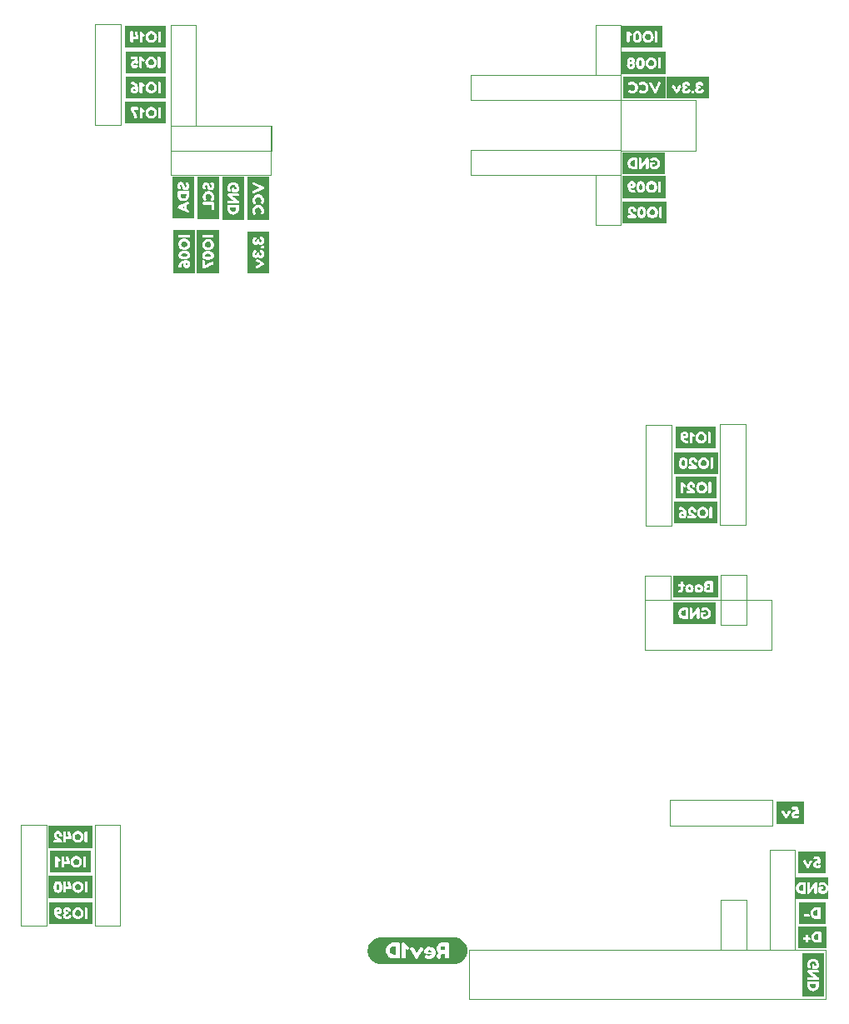
<source format=gbr>
%TF.GenerationSoftware,KiCad,Pcbnew,(6.0.7)*%
%TF.CreationDate,2022-12-29T16:14:02-06:00*%
%TF.ProjectId,DevBoard_Addon,44657642-6f61-4726-945f-4164646f6e2e,0b*%
%TF.SameCoordinates,Original*%
%TF.FileFunction,Legend,Bot*%
%TF.FilePolarity,Positive*%
%FSLAX46Y46*%
G04 Gerber Fmt 4.6, Leading zero omitted, Abs format (unit mm)*
G04 Created by KiCad (PCBNEW (6.0.7)) date 2022-12-29 16:14:02*
%MOMM*%
%LPD*%
G01*
G04 APERTURE LIST*
%ADD10C,0.120000*%
G04 APERTURE END LIST*
D10*
X182200000Y-87020000D02*
X179610000Y-87020000D01*
X179610000Y-87020000D02*
X179610000Y-89550000D01*
X179610000Y-89550000D02*
X182200000Y-89550000D01*
X182200000Y-89550000D02*
X182200000Y-87020000D01*
X174460000Y-109840000D02*
X184890000Y-109840000D01*
X184890000Y-109840000D02*
X184890000Y-112440000D01*
X184890000Y-112440000D02*
X174460000Y-112440000D01*
X174460000Y-112440000D02*
X174460000Y-109840000D01*
X169460000Y-46360000D02*
X166920000Y-46360000D01*
X166920000Y-46360000D02*
X166920000Y-51470000D01*
X166920000Y-51470000D02*
X169460000Y-51470000D01*
X169460000Y-51470000D02*
X169460000Y-46360000D01*
X182150000Y-81910000D02*
X179550000Y-81910000D01*
X179550000Y-81910000D02*
X179550000Y-71690000D01*
X179550000Y-71690000D02*
X182150000Y-71690000D01*
X182150000Y-71690000D02*
X182150000Y-81910000D01*
X169460000Y-43850000D02*
X154200000Y-43850000D01*
X154200000Y-43850000D02*
X154200000Y-46370000D01*
X154200000Y-46370000D02*
X169460000Y-46370000D01*
X169460000Y-46370000D02*
X169460000Y-43850000D01*
X108490000Y-112390000D02*
X111090000Y-112390000D01*
X111090000Y-112390000D02*
X111090000Y-122610000D01*
X111090000Y-122610000D02*
X108490000Y-122610000D01*
X108490000Y-122610000D02*
X108490000Y-112390000D01*
X133930000Y-41340000D02*
X123710000Y-41340000D01*
X123710000Y-41340000D02*
X123710000Y-46360000D01*
X123710000Y-46360000D02*
X133930000Y-46360000D01*
X133930000Y-46360000D02*
X133930000Y-41340000D01*
X115990000Y-122610000D02*
X118590000Y-122610000D01*
X118590000Y-122610000D02*
X118590000Y-112390000D01*
X118590000Y-112390000D02*
X115990000Y-112390000D01*
X115990000Y-112390000D02*
X115990000Y-122610000D01*
X182200000Y-120020000D02*
X179600000Y-120020000D01*
X179600000Y-120020000D02*
X179600000Y-125110000D01*
X179600000Y-125110000D02*
X182200000Y-125110000D01*
X182200000Y-125110000D02*
X182200000Y-120020000D01*
X187170000Y-125120000D02*
X184570000Y-125120000D01*
X184570000Y-125120000D02*
X184570000Y-114900000D01*
X184570000Y-114900000D02*
X187170000Y-114900000D01*
X187170000Y-114900000D02*
X187170000Y-125120000D01*
X169460000Y-36230000D02*
X154200000Y-36230000D01*
X154200000Y-36230000D02*
X154200000Y-38750000D01*
X154200000Y-38750000D02*
X169460000Y-38750000D01*
X169460000Y-38750000D02*
X169460000Y-36230000D01*
X182200000Y-92090000D02*
X179600000Y-92090000D01*
X179600000Y-92090000D02*
X179600000Y-87010000D01*
X179600000Y-87010000D02*
X182200000Y-87010000D01*
X182200000Y-87010000D02*
X182200000Y-92090000D01*
X123700000Y-31110000D02*
X126300000Y-31110000D01*
X126300000Y-31110000D02*
X126300000Y-41330000D01*
X126300000Y-41330000D02*
X123700000Y-41330000D01*
X123700000Y-41330000D02*
X123700000Y-31110000D01*
X133910000Y-41350000D02*
X123690000Y-41350000D01*
X123690000Y-41350000D02*
X123690000Y-43890000D01*
X123690000Y-43890000D02*
X133910000Y-43890000D01*
X133910000Y-43890000D02*
X133910000Y-41350000D01*
X169450000Y-31115000D02*
X166910000Y-31115000D01*
X166910000Y-31115000D02*
X166910000Y-36225000D01*
X166910000Y-36225000D02*
X169450000Y-36225000D01*
X169450000Y-36225000D02*
X169450000Y-31115000D01*
X116040000Y-31070000D02*
X118640000Y-31070000D01*
X118640000Y-31070000D02*
X118640000Y-41290000D01*
X118640000Y-41290000D02*
X116040000Y-41290000D01*
X116040000Y-41290000D02*
X116040000Y-31070000D01*
X133940000Y-43860000D02*
X123720000Y-43860000D01*
X123720000Y-43860000D02*
X123720000Y-41320000D01*
X123720000Y-41320000D02*
X133940000Y-41320000D01*
X133940000Y-41320000D02*
X133940000Y-43860000D01*
X177070000Y-43880000D02*
X169440000Y-43880000D01*
X169440000Y-43880000D02*
X169440000Y-38770000D01*
X169440000Y-38770000D02*
X177070000Y-38770000D01*
X177070000Y-38770000D02*
X177070000Y-43880000D01*
X184770000Y-89550000D02*
X171930000Y-89550000D01*
X171930000Y-89550000D02*
X171930000Y-94600000D01*
X171930000Y-94600000D02*
X184770000Y-94600000D01*
X184770000Y-94600000D02*
X184770000Y-89550000D01*
X174620000Y-71770000D02*
X172020000Y-71770000D01*
X172020000Y-71770000D02*
X172020000Y-81990000D01*
X172020000Y-81990000D02*
X174620000Y-81990000D01*
X174620000Y-81990000D02*
X174620000Y-71770000D01*
X174530000Y-87060000D02*
X171930000Y-87060000D01*
X171930000Y-87060000D02*
X171930000Y-89550000D01*
X171930000Y-89550000D02*
X174530000Y-89550000D01*
X174530000Y-89550000D02*
X174530000Y-87060000D01*
X154050000Y-125100000D02*
X190280000Y-125100000D01*
X190280000Y-125100000D02*
X190280000Y-130090000D01*
X190280000Y-130090000D02*
X154050000Y-130090000D01*
X154050000Y-130090000D02*
X154050000Y-125100000D01*
%TO.C,kibuzzard-63AE1100*%
G36*
X152653531Y-123838732D02*
G01*
X152783874Y-123858066D01*
X152911695Y-123890084D01*
X153035762Y-123934476D01*
X153154880Y-123990814D01*
X153267903Y-124058558D01*
X153373741Y-124137053D01*
X153471376Y-124225544D01*
X153559867Y-124323179D01*
X153638363Y-124429017D01*
X153706106Y-124542040D01*
X153762444Y-124661158D01*
X153806836Y-124785225D01*
X153838854Y-124913046D01*
X153858188Y-125043389D01*
X153864654Y-125175000D01*
X153858188Y-125306611D01*
X153838854Y-125436954D01*
X153806836Y-125564775D01*
X153762444Y-125688842D01*
X153706106Y-125807960D01*
X153638363Y-125920983D01*
X153559867Y-126026821D01*
X153471376Y-126124456D01*
X153373741Y-126212947D01*
X153267903Y-126291442D01*
X153154880Y-126359186D01*
X153035762Y-126415524D01*
X152911695Y-126459916D01*
X152783874Y-126491934D01*
X152653531Y-126511268D01*
X152521920Y-126517734D01*
X145078080Y-126517734D01*
X144946469Y-126511268D01*
X144816125Y-126491934D01*
X144688305Y-126459916D01*
X144564238Y-126415524D01*
X144445119Y-126359186D01*
X144332097Y-126291442D01*
X144226258Y-126212947D01*
X144128624Y-126124456D01*
X144040132Y-126026821D01*
X143961637Y-125920983D01*
X143893894Y-125807960D01*
X143837556Y-125688842D01*
X143793164Y-125564775D01*
X143761146Y-125436954D01*
X143741812Y-125306611D01*
X143735346Y-125175000D01*
X143736547Y-125150552D01*
X145590710Y-125150552D01*
X145605642Y-125313976D01*
X145650440Y-125465314D01*
X145725102Y-125604568D01*
X145829629Y-125731736D01*
X145955408Y-125837722D01*
X146093828Y-125913426D01*
X146244889Y-125958848D01*
X146408590Y-125973989D01*
X146815307Y-125973989D01*
X146925321Y-125960098D01*
X146984217Y-125918426D01*
X147010887Y-125776186D01*
X147010887Y-124547144D01*
X147188687Y-124547144D01*
X147188687Y-125785076D01*
X147192021Y-125861753D01*
X147213135Y-125920649D01*
X147272031Y-125965654D01*
X147386490Y-125980656D01*
X147498170Y-125966210D01*
X147557622Y-125922871D01*
X147578736Y-125861753D01*
X147582070Y-125780631D01*
X147582070Y-124987199D01*
X147610962Y-125013869D01*
X147766537Y-125082766D01*
X147900999Y-125004979D01*
X147914549Y-124978309D01*
X148037682Y-124978309D01*
X148082132Y-125100546D01*
X148542190Y-125889534D01*
X148613310Y-125957320D01*
X148709989Y-125987324D01*
X148801111Y-125963988D01*
X148862230Y-125916204D01*
X148882232Y-125891756D01*
X149256860Y-125250565D01*
X149477862Y-125250565D01*
X149494809Y-125369469D01*
X149545649Y-125452813D01*
X149695667Y-125518376D01*
X150222400Y-125518376D01*
X150149057Y-125622834D01*
X150002372Y-125665061D01*
X149887358Y-125658394D01*
X149800125Y-125638391D01*
X149775677Y-125629501D01*
X149686777Y-125605054D01*
X149564540Y-125705066D01*
X149535647Y-125807301D01*
X149565234Y-125893840D01*
X149653995Y-125955653D01*
X149801931Y-125992741D01*
X150009040Y-126005104D01*
X150164337Y-125990935D01*
X150301299Y-125948430D01*
X150414924Y-125882588D01*
X150482197Y-125816191D01*
X150729130Y-125816191D01*
X150763579Y-125893979D01*
X150866925Y-125958431D01*
X150981384Y-125989546D01*
X151052504Y-125968433D01*
X151093620Y-125925094D01*
X151122759Y-125861629D01*
X151180544Y-125727538D01*
X151266975Y-125522821D01*
X151335872Y-125527266D01*
X151615907Y-125527266D01*
X151615907Y-125778409D01*
X151619241Y-125855085D01*
X151640355Y-125913981D01*
X151699251Y-125958987D01*
X151813710Y-125973989D01*
X151937059Y-125953431D01*
X151995955Y-125891756D01*
X152009290Y-125776186D01*
X152009290Y-124542699D01*
X152005956Y-124466022D01*
X151984842Y-124407126D01*
X151925946Y-124362121D01*
X151811487Y-124347119D01*
X151331427Y-124347119D01*
X151202275Y-124362923D01*
X151075593Y-124410337D01*
X150951380Y-124489359D01*
X150870259Y-124570480D01*
X150804695Y-124676049D01*
X150761356Y-124800509D01*
X150746910Y-124938304D01*
X150765431Y-125095854D01*
X150820993Y-125233649D01*
X150913597Y-125351689D01*
X150875074Y-125442811D01*
X150824697Y-125559122D01*
X150762467Y-125700621D01*
X150729130Y-125816191D01*
X150482197Y-125816191D01*
X150500212Y-125798411D01*
X150578000Y-125673704D01*
X150624672Y-125539613D01*
X150640230Y-125396139D01*
X150620104Y-125221919D01*
X150559726Y-125072642D01*
X150459096Y-124948305D01*
X150328339Y-124855083D01*
X150177579Y-124799151D01*
X150006817Y-124780506D01*
X149862633Y-124794119D01*
X149739006Y-124834957D01*
X149635938Y-124903022D01*
X149553427Y-124998311D01*
X149496754Y-125119160D01*
X149477862Y-125250565D01*
X149256860Y-125250565D01*
X149344512Y-125100546D01*
X149388962Y-124980531D01*
X149360070Y-124903299D01*
X149273392Y-124831624D01*
X149140042Y-124782729D01*
X149063366Y-124812732D01*
X149004470Y-124902744D01*
X148713322Y-125462814D01*
X148422175Y-124902744D01*
X148385504Y-124841625D01*
X148346610Y-124803842D01*
X148275490Y-124784951D01*
X148153252Y-124831624D01*
X148066575Y-124902744D01*
X148037682Y-124978309D01*
X147914549Y-124978309D01*
X147971007Y-124867184D01*
X147890997Y-124736056D01*
X147526507Y-124407126D01*
X147519840Y-124402681D01*
X147394269Y-124344896D01*
X147288700Y-124356009D01*
X147230915Y-124381567D01*
X147199800Y-124429351D01*
X147188687Y-124547144D01*
X147010887Y-124547144D01*
X147010887Y-124540476D01*
X147007554Y-124462689D01*
X146986440Y-124404904D01*
X146927544Y-124359898D01*
X146813085Y-124344896D01*
X146401922Y-124347119D01*
X146245653Y-124361634D01*
X146099107Y-124405182D01*
X145962284Y-124477760D01*
X145835185Y-124579370D01*
X145728227Y-124702163D01*
X145651829Y-124838291D01*
X145605990Y-124987754D01*
X145590710Y-125150552D01*
X143736547Y-125150552D01*
X143741812Y-125043389D01*
X143761146Y-124913046D01*
X143793164Y-124785225D01*
X143837556Y-124661158D01*
X143893894Y-124542040D01*
X143961637Y-124429017D01*
X144040132Y-124323179D01*
X144128624Y-124225544D01*
X144226258Y-124137053D01*
X144332097Y-124058558D01*
X144445119Y-123990814D01*
X144564238Y-123934476D01*
X144688305Y-123890084D01*
X144816125Y-123858066D01*
X144946469Y-123838732D01*
X145078080Y-123832266D01*
X152521920Y-123832266D01*
X152653531Y-123838732D01*
G37*
G36*
X146617505Y-125580606D02*
G01*
X146401922Y-125580606D01*
X146249681Y-125550880D01*
X146112997Y-125461703D01*
X146016319Y-125327519D01*
X145984092Y-125162776D01*
X146015485Y-124997478D01*
X146109664Y-124861627D01*
X146246070Y-124770783D01*
X146404145Y-124740501D01*
X146617505Y-124740501D01*
X146617505Y-125580606D01*
G37*
G36*
X151615907Y-125133884D02*
G01*
X151331427Y-125133884D01*
X151202522Y-125084989D01*
X151138070Y-124938304D01*
X151202522Y-124790507D01*
X151335872Y-124740501D01*
X151615907Y-124740501D01*
X151615907Y-125133884D01*
G37*
G36*
X150155725Y-125190558D02*
G01*
X150226845Y-125316129D01*
X149946810Y-125316129D01*
X149862355Y-125245009D01*
X149901249Y-125162776D01*
X150012374Y-125131661D01*
X150155725Y-125190558D01*
G37*
%TO.C,kibuzzard-63744917*%
G36*
X174863820Y-74505707D02*
G01*
X179356180Y-74505707D01*
X179356180Y-76734293D01*
X174863820Y-76734293D01*
X174863820Y-75620000D01*
X175376450Y-75620000D01*
X175384189Y-75756227D01*
X175407406Y-75877572D01*
X175446102Y-75984034D01*
X175500275Y-76075613D01*
X175555242Y-76133556D01*
X175628069Y-76180388D01*
X175716373Y-76211344D01*
X175817775Y-76221663D01*
X175919573Y-76211145D01*
X176009069Y-76179594D01*
X176083284Y-76132564D01*
X176139244Y-76075613D01*
X176147727Y-76062119D01*
X176325775Y-76062119D01*
X176336094Y-76142288D01*
X176370225Y-76183563D01*
X176468650Y-76202613D01*
X177089362Y-76202613D01*
X177187788Y-76159750D01*
X177229063Y-76059738D01*
X177214180Y-75977386D01*
X177169531Y-75901781D01*
X177103848Y-75834709D01*
X177025862Y-75777956D01*
X176941725Y-75726759D01*
X176857588Y-75676356D01*
X176779602Y-75622977D01*
X176768546Y-75612856D01*
X177308438Y-75612856D01*
X177318756Y-75734002D01*
X177349713Y-75845822D01*
X177401306Y-75948315D01*
X177473538Y-76041481D01*
X177560850Y-76118921D01*
X177657688Y-76174236D01*
X177764050Y-76207425D01*
X177879938Y-76218488D01*
X177996073Y-76207573D01*
X178103180Y-76174831D01*
X178201257Y-76120261D01*
X178271802Y-76059738D01*
X178562563Y-76059738D01*
X178564944Y-76115300D01*
X178580025Y-76156575D01*
X178622094Y-76188722D01*
X178703850Y-76199438D01*
X178791956Y-76184356D01*
X178834025Y-76139113D01*
X178843550Y-76058150D01*
X178843550Y-75175500D01*
X178841169Y-75120731D01*
X178826088Y-75078662D01*
X178784019Y-75046516D01*
X178702263Y-75035800D01*
X178613759Y-75050484D01*
X178570500Y-75094537D01*
X178562563Y-75177087D01*
X178562563Y-76059738D01*
X178271802Y-76059738D01*
X178290306Y-76043863D01*
X178364274Y-75952383D01*
X178417108Y-75852569D01*
X178448808Y-75744420D01*
X178459375Y-75627938D01*
X178447469Y-75500342D01*
X178411750Y-75381081D01*
X178356188Y-75275314D01*
X178284750Y-75188200D01*
X178199422Y-75118747D01*
X178102188Y-75065962D01*
X177997413Y-75032625D01*
X177889463Y-75021512D01*
X177775857Y-75032129D01*
X177669991Y-75063978D01*
X177571863Y-75117060D01*
X177481475Y-75191375D01*
X177405771Y-75281416D01*
X177351697Y-75381677D01*
X177319252Y-75492157D01*
X177308438Y-75612856D01*
X176768546Y-75612856D01*
X176713919Y-75562850D01*
X176669270Y-75497366D01*
X176654387Y-75427912D01*
X176665500Y-75387431D01*
X176690106Y-75344569D01*
X176732175Y-75313612D01*
X176811550Y-75299325D01*
X176899656Y-75336631D01*
X176941725Y-75410450D01*
X176948075Y-75446962D01*
X176948075Y-75456487D01*
X176950456Y-75508875D01*
X176965537Y-75548562D01*
X177008400Y-75577137D01*
X177089362Y-75586662D01*
X177177866Y-75571581D01*
X177221125Y-75526337D01*
X177229063Y-75445375D01*
X177215922Y-75339101D01*
X177176499Y-75240411D01*
X177110794Y-75149306D01*
X177023834Y-75076546D01*
X176920647Y-75032890D01*
X176801231Y-75018337D01*
X176681728Y-75033066D01*
X176578276Y-75077251D01*
X176490875Y-75150894D01*
X176424729Y-75243410D01*
X176385042Y-75344216D01*
X176371812Y-75453312D01*
X176381734Y-75541419D01*
X176411500Y-75624763D01*
X176455156Y-75697788D01*
X176506750Y-75754938D01*
X176617875Y-75842647D01*
X176716300Y-75896225D01*
X176755987Y-75912100D01*
X176755987Y-75920038D01*
X176465475Y-75920038D01*
X176372606Y-75935119D01*
X176335300Y-75981156D01*
X176325775Y-76062119D01*
X176147727Y-76062119D01*
X176181908Y-76007747D01*
X176216237Y-75927975D01*
X176241814Y-75832901D01*
X176257160Y-75729714D01*
X176262275Y-75618412D01*
X176258130Y-75517694D01*
X176245694Y-75427207D01*
X176224969Y-75346950D01*
X176185480Y-75246342D01*
X176141625Y-75169944D01*
X176086261Y-75110809D01*
X176012244Y-75061994D01*
X175922352Y-75029252D01*
X175819362Y-75018337D01*
X175716770Y-75029053D01*
X175628069Y-75061200D01*
X175555044Y-75109222D01*
X175499481Y-75167562D01*
X175457214Y-75236619D01*
X175424075Y-75316787D01*
X175397617Y-75413978D01*
X175381742Y-75515049D01*
X175376450Y-75620000D01*
X174863820Y-75620000D01*
X174863820Y-74505707D01*
G37*
G36*
X175890205Y-75319318D02*
G01*
X175940806Y-75379295D01*
X175971167Y-75479258D01*
X175981287Y-75619206D01*
X175971266Y-75759154D01*
X175941203Y-75859117D01*
X175891098Y-75919095D01*
X175820950Y-75939088D01*
X175749413Y-75919641D01*
X175698316Y-75861300D01*
X175667657Y-75764066D01*
X175657437Y-75627938D01*
X175657437Y-75618412D01*
X175667558Y-75478812D01*
X175697919Y-75379097D01*
X175748520Y-75319268D01*
X175819362Y-75299325D01*
X175890205Y-75319318D01*
G37*
G36*
X177991856Y-75324527D02*
G01*
X178087900Y-75390606D01*
X178138171Y-75455253D01*
X178168333Y-75531717D01*
X178178388Y-75620000D01*
X178168245Y-75708283D01*
X178137818Y-75784747D01*
X178087106Y-75849394D01*
X177990467Y-75915473D01*
X177883113Y-75937500D01*
X177775956Y-75916069D01*
X177679913Y-75851775D01*
X177629642Y-75788099D01*
X177599479Y-75711369D01*
X177589425Y-75621588D01*
X177599567Y-75531629D01*
X177629994Y-75454371D01*
X177680706Y-75389812D01*
X177777345Y-75324328D01*
X177884700Y-75302500D01*
X177991856Y-75324527D01*
G37*
%TO.C,kibuzzard-637448FA*%
G36*
X177743419Y-72726908D02*
G01*
X177839463Y-72792987D01*
X177889733Y-72857634D01*
X177919896Y-72934099D01*
X177929950Y-73022381D01*
X177919808Y-73110664D01*
X177889381Y-73187128D01*
X177838669Y-73251775D01*
X177742030Y-73317855D01*
X177634675Y-73339881D01*
X177527519Y-73318450D01*
X177431475Y-73254156D01*
X177381204Y-73190480D01*
X177351042Y-73113751D01*
X177340988Y-73023969D01*
X177351130Y-72934010D01*
X177381557Y-72856752D01*
X177432269Y-72792194D01*
X177528908Y-72726709D01*
X177636263Y-72704881D01*
X177743419Y-72726908D01*
G37*
G36*
X176027728Y-72706072D02*
G01*
X176058287Y-72785844D01*
X176030506Y-72854106D01*
X175940812Y-72885856D01*
X175846356Y-72856487D01*
X175813812Y-72797750D01*
X175817781Y-72751712D01*
X175834450Y-72715994D01*
X175936050Y-72679481D01*
X176027728Y-72706072D01*
G37*
G36*
X179107743Y-74133499D02*
G01*
X175012257Y-74133499D01*
X175012257Y-72893794D01*
X175524887Y-72893794D01*
X175531745Y-73011078D01*
X175552319Y-73120362D01*
X175586609Y-73221644D01*
X175634615Y-73314926D01*
X175696337Y-73400206D01*
X175769934Y-73473358D01*
X175853563Y-73530254D01*
X175947226Y-73570894D01*
X176050921Y-73595278D01*
X176164650Y-73603406D01*
X176174175Y-73603406D01*
X176259900Y-73587531D01*
X176293237Y-73542684D01*
X176303912Y-73465294D01*
X176437700Y-73465294D01*
X176440081Y-73520062D01*
X176455162Y-73562131D01*
X176497231Y-73594278D01*
X176578987Y-73604994D01*
X176658759Y-73594675D01*
X176701225Y-73563719D01*
X176716306Y-73520062D01*
X176718687Y-73462119D01*
X176718687Y-73015237D01*
X177060000Y-73015237D01*
X177070319Y-73136384D01*
X177101275Y-73248203D01*
X177152869Y-73350696D01*
X177225100Y-73443863D01*
X177312412Y-73521303D01*
X177409250Y-73576617D01*
X177515613Y-73609806D01*
X177631500Y-73620869D01*
X177747636Y-73609955D01*
X177854742Y-73577213D01*
X177952820Y-73522642D01*
X178023365Y-73462119D01*
X178314125Y-73462119D01*
X178316506Y-73517681D01*
X178331588Y-73558956D01*
X178373656Y-73591103D01*
X178455413Y-73601819D01*
X178543519Y-73586738D01*
X178585588Y-73541494D01*
X178595113Y-73460531D01*
X178595113Y-72577881D01*
X178592731Y-72523112D01*
X178577650Y-72481044D01*
X178535581Y-72448897D01*
X178453825Y-72438181D01*
X178365322Y-72452866D01*
X178322063Y-72496919D01*
X178314125Y-72579469D01*
X178314125Y-73462119D01*
X178023365Y-73462119D01*
X178041869Y-73446244D01*
X178115836Y-73354764D01*
X178168670Y-73254950D01*
X178200371Y-73146802D01*
X178210938Y-73030319D01*
X178199031Y-72902723D01*
X178163313Y-72783462D01*
X178107750Y-72677695D01*
X178036313Y-72590581D01*
X177950984Y-72521128D01*
X177853750Y-72468344D01*
X177748975Y-72435006D01*
X177641025Y-72423894D01*
X177527420Y-72434510D01*
X177421553Y-72466359D01*
X177323426Y-72519441D01*
X177233038Y-72593756D01*
X177157334Y-72683797D01*
X177103259Y-72784058D01*
X177070815Y-72894538D01*
X177060000Y-73015237D01*
X176718687Y-73015237D01*
X176718687Y-72895381D01*
X176739325Y-72914431D01*
X176850450Y-72963644D01*
X176946494Y-72908081D01*
X176996500Y-72809656D01*
X176939350Y-72715994D01*
X176679000Y-72481044D01*
X176674237Y-72477869D01*
X176584544Y-72436594D01*
X176509137Y-72444531D01*
X176467862Y-72462787D01*
X176445637Y-72496919D01*
X176437700Y-72581056D01*
X176437700Y-73465294D01*
X176303912Y-73465294D01*
X176304350Y-73462119D01*
X176289269Y-73374013D01*
X176244025Y-73331944D01*
X176151950Y-73322419D01*
X176025744Y-73300194D01*
X175931287Y-73246219D01*
X175875328Y-73184306D01*
X175843975Y-73128744D01*
X175836037Y-73106519D01*
X175955100Y-73133506D01*
X176053966Y-73121953D01*
X176143131Y-73087292D01*
X176222594Y-73029525D01*
X176284771Y-72957294D01*
X176322077Y-72879242D01*
X176334512Y-72795369D01*
X176321812Y-72694298D01*
X176283712Y-72604869D01*
X176220212Y-72527081D01*
X176138544Y-72467109D01*
X176045940Y-72431126D01*
X175942400Y-72419131D01*
X175815224Y-72433860D01*
X175710978Y-72478045D01*
X175629662Y-72551687D01*
X175571454Y-72648613D01*
X175536529Y-72762649D01*
X175524887Y-72893794D01*
X175012257Y-72893794D01*
X175012257Y-71906501D01*
X179107743Y-71906501D01*
X179107743Y-74133499D01*
G37*
%TO.C,kibuzzard-63744A28*%
G36*
X188105918Y-112267149D02*
G01*
X185274082Y-112267149D01*
X185274082Y-111019506D01*
X185786712Y-111019506D01*
X185818462Y-111106819D01*
X186147075Y-111670381D01*
X186197875Y-111718800D01*
X186266931Y-111740231D01*
X186332019Y-111723563D01*
X186375675Y-111689431D01*
X186389962Y-111671969D01*
X186575932Y-111353675D01*
X186815413Y-111353675D01*
X186828113Y-111458097D01*
X186866213Y-111552289D01*
X186929713Y-111636250D01*
X187012086Y-111701955D01*
X187106807Y-111741378D01*
X187213875Y-111754519D01*
X187309125Y-111746228D01*
X187398025Y-111721358D01*
X187480575Y-111679906D01*
X187520263Y-111649744D01*
X187532963Y-111638631D01*
X187593288Y-111543381D01*
X187534550Y-111440194D01*
X187442475Y-111387806D01*
X187336113Y-111438606D01*
X187236894Y-111471944D01*
X187132119Y-111441781D01*
X187097988Y-111358438D01*
X187135294Y-111274300D01*
X187220225Y-111243344D01*
X187296425Y-111271919D01*
X187382944Y-111308431D01*
X187482956Y-111278269D01*
X187556775Y-111229850D01*
X187574238Y-111190956D01*
X187566300Y-111116741D01*
X187542488Y-110935369D01*
X187518278Y-110756775D01*
X187509150Y-110690894D01*
X187498038Y-110657556D01*
X187475019Y-110614694D01*
X187433744Y-110580562D01*
X187369450Y-110565481D01*
X187128150Y-110567069D01*
X186978925Y-110567069D01*
X186923363Y-110569450D01*
X186882088Y-110584531D01*
X186849941Y-110627394D01*
X186839225Y-110711531D01*
X186849147Y-110788128D01*
X186878913Y-110827419D01*
X186917806Y-110842500D01*
X186969400Y-110844881D01*
X187247213Y-110844881D01*
X187263088Y-110965531D01*
X187207525Y-110962356D01*
X187110335Y-110974968D01*
X187019847Y-111012803D01*
X186936063Y-111075862D01*
X186869035Y-111157178D01*
X186828818Y-111249782D01*
X186815413Y-111353675D01*
X186575932Y-111353675D01*
X186720163Y-111106819D01*
X186751913Y-111021094D01*
X186731275Y-110965928D01*
X186669362Y-110914731D01*
X186574112Y-110879806D01*
X186519344Y-110901237D01*
X186477275Y-110965531D01*
X186269312Y-111365581D01*
X186061350Y-110965531D01*
X186035156Y-110921875D01*
X186007375Y-110894887D01*
X185956575Y-110881394D01*
X185869262Y-110914731D01*
X185807350Y-110965531D01*
X185786712Y-111019506D01*
X185274082Y-111019506D01*
X185274082Y-110052851D01*
X188105918Y-110052851D01*
X188105918Y-112267149D01*
G37*
%TO.C,kibuzzard-6374467C*%
G36*
X127649154Y-54362109D02*
G01*
X127749117Y-54392172D01*
X127809095Y-54442277D01*
X127829088Y-54512425D01*
X127809641Y-54583962D01*
X127751300Y-54635059D01*
X127654066Y-54665718D01*
X127517938Y-54675938D01*
X127508412Y-54675938D01*
X127368812Y-54665817D01*
X127269097Y-54635456D01*
X127209268Y-54584855D01*
X127189325Y-54514013D01*
X127209318Y-54443170D01*
X127269295Y-54392569D01*
X127369258Y-54362208D01*
X127509206Y-54352088D01*
X127649154Y-54362109D01*
G37*
G36*
X127598283Y-53131917D02*
G01*
X127674747Y-53162344D01*
X127739394Y-53213056D01*
X127805473Y-53309695D01*
X127827500Y-53417050D01*
X127806069Y-53524206D01*
X127741775Y-53620250D01*
X127678099Y-53670521D01*
X127601369Y-53700683D01*
X127511588Y-53710737D01*
X127421629Y-53700595D01*
X127344371Y-53670168D01*
X127279812Y-53619456D01*
X127214328Y-53522817D01*
X127192500Y-53415462D01*
X127214527Y-53308306D01*
X127280606Y-53212262D01*
X127345253Y-53161992D01*
X127421717Y-53131829D01*
X127510000Y-53121775D01*
X127598283Y-53131917D01*
G37*
G36*
X128624293Y-51943982D02*
G01*
X128624293Y-56376018D01*
X126395707Y-56376018D01*
X126395707Y-55723688D01*
X126927387Y-55723688D01*
X126942469Y-55811794D01*
X126987712Y-55853863D01*
X127076612Y-55863388D01*
X127147852Y-55853069D01*
X127234569Y-55822113D01*
X127328430Y-55776670D01*
X127421100Y-55722894D01*
X127513572Y-55664752D01*
X127606838Y-55606213D01*
X127714788Y-55545094D01*
X127811625Y-55501438D01*
X127897350Y-55475244D01*
X127971963Y-55466513D01*
X128023556Y-55463338D01*
X128058481Y-55447463D01*
X128083088Y-55405394D01*
X128089438Y-55325225D01*
X128083088Y-55245056D01*
X128057688Y-55202988D01*
X128021969Y-55187906D01*
X127968788Y-55185525D01*
X127864211Y-55194256D01*
X127756856Y-55220450D01*
X127653867Y-55258947D01*
X127562388Y-55304588D01*
X127480036Y-55353800D01*
X127404431Y-55403013D01*
X127337359Y-55448653D01*
X127280606Y-55487150D01*
X127208375Y-55522075D01*
X127208375Y-55160125D01*
X127192500Y-55068050D01*
X127146462Y-55029950D01*
X127067087Y-55020425D01*
X126987712Y-55029950D01*
X126946437Y-55060113D01*
X126927387Y-55152188D01*
X126927387Y-55723688D01*
X126395707Y-55723688D01*
X126395707Y-54514013D01*
X126908337Y-54514013D01*
X126919053Y-54616605D01*
X126951200Y-54705306D01*
X126999222Y-54778331D01*
X127057562Y-54833894D01*
X127126619Y-54876161D01*
X127206787Y-54909300D01*
X127303978Y-54935758D01*
X127405049Y-54951633D01*
X127510000Y-54956925D01*
X127646227Y-54949186D01*
X127767572Y-54925969D01*
X127874034Y-54887273D01*
X127965613Y-54833100D01*
X128023556Y-54778133D01*
X128070388Y-54705306D01*
X128101344Y-54617002D01*
X128111663Y-54515600D01*
X128101145Y-54413802D01*
X128069594Y-54324306D01*
X128022564Y-54250091D01*
X127965613Y-54194131D01*
X127897747Y-54151467D01*
X127817975Y-54117137D01*
X127722901Y-54091561D01*
X127619714Y-54076215D01*
X127508412Y-54071100D01*
X127407694Y-54075245D01*
X127317207Y-54087681D01*
X127236950Y-54108406D01*
X127136342Y-54147895D01*
X127059944Y-54191750D01*
X127000809Y-54247114D01*
X126951994Y-54321131D01*
X126919252Y-54411023D01*
X126908337Y-54514013D01*
X126395707Y-54514013D01*
X126395707Y-53410700D01*
X126911512Y-53410700D01*
X126922129Y-53524305D01*
X126953978Y-53630172D01*
X127007060Y-53728299D01*
X127081375Y-53818687D01*
X127171416Y-53894391D01*
X127271677Y-53948466D01*
X127382157Y-53980910D01*
X127502856Y-53991725D01*
X127624002Y-53981406D01*
X127735822Y-53950450D01*
X127838315Y-53898856D01*
X127931481Y-53826625D01*
X128008921Y-53739312D01*
X128064236Y-53642475D01*
X128097425Y-53536112D01*
X128108488Y-53420225D01*
X128097573Y-53304089D01*
X128064831Y-53196983D01*
X128010261Y-53098905D01*
X127933863Y-53009856D01*
X127842383Y-52935889D01*
X127742569Y-52883055D01*
X127634420Y-52851354D01*
X127517938Y-52840787D01*
X127390342Y-52852694D01*
X127271081Y-52888412D01*
X127165314Y-52943975D01*
X127078200Y-53015412D01*
X127008747Y-53100741D01*
X126955962Y-53197975D01*
X126922625Y-53302750D01*
X126911512Y-53410700D01*
X126395707Y-53410700D01*
X126395707Y-52597900D01*
X126925800Y-52597900D01*
X126940484Y-52686403D01*
X126984537Y-52729662D01*
X127067087Y-52737600D01*
X127949738Y-52737600D01*
X128005300Y-52735219D01*
X128046575Y-52720137D01*
X128078722Y-52678069D01*
X128089438Y-52596312D01*
X128074356Y-52508206D01*
X128029113Y-52466137D01*
X127948150Y-52456612D01*
X127065500Y-52456612D01*
X127010731Y-52458994D01*
X126968662Y-52474075D01*
X126936516Y-52516144D01*
X126925800Y-52597900D01*
X126395707Y-52597900D01*
X126395707Y-51943982D01*
X128624293Y-51943982D01*
G37*
%TO.C,kibuzzard-63744754*%
G36*
X133727943Y-46539701D02*
G01*
X133727943Y-50900299D01*
X131512057Y-50900299D01*
X131512057Y-49995556D01*
X132024687Y-49995556D01*
X132030442Y-50070764D01*
X132047706Y-50147163D01*
X132094537Y-50263844D01*
X132116762Y-50301944D01*
X132145337Y-50346394D01*
X132220744Y-50387669D01*
X132308850Y-50354331D01*
X132373144Y-50295594D01*
X132394575Y-50243206D01*
X132359650Y-50162244D01*
X132319169Y-50084456D01*
X132305675Y-49984444D01*
X132323534Y-49882050D01*
X132377112Y-49781244D01*
X132475537Y-49701869D01*
X132543205Y-49678056D01*
X132619206Y-49670119D01*
X132695208Y-49678056D01*
X132762875Y-49701869D01*
X132862888Y-49782831D01*
X132915275Y-49881653D01*
X132932738Y-49984444D01*
X132920038Y-50077313D01*
X132894638Y-50140019D01*
X132874000Y-50168594D01*
X132842250Y-50244794D01*
X132864475Y-50295991D01*
X132931150Y-50351156D01*
X133020050Y-50386081D01*
X133075613Y-50364650D01*
X133115300Y-50314644D01*
X133148638Y-50259875D01*
X133189913Y-50152719D01*
X133208963Y-50073145D01*
X133215313Y-49996350D01*
X133210352Y-49920547D01*
X133195469Y-49843950D01*
X133168878Y-49765766D01*
X133128794Y-49685200D01*
X133076803Y-49607611D01*
X133014494Y-49538356D01*
X132937500Y-49479023D01*
X132841456Y-49431200D01*
X132731323Y-49399648D01*
X132612062Y-49389131D01*
X132493992Y-49399450D01*
X132387431Y-49430406D01*
X132295356Y-49477436D01*
X132220744Y-49535975D01*
X132160220Y-49604833D01*
X132110412Y-49682819D01*
X132062787Y-49786712D01*
X132034212Y-49890958D01*
X132024687Y-49995556D01*
X131512057Y-49995556D01*
X131512057Y-48917644D01*
X132024687Y-48917644D01*
X132030442Y-48992852D01*
X132047706Y-49069250D01*
X132094537Y-49185931D01*
X132116762Y-49224031D01*
X132145337Y-49268481D01*
X132220744Y-49309756D01*
X132308850Y-49276419D01*
X132373144Y-49217681D01*
X132394575Y-49165294D01*
X132359650Y-49084331D01*
X132319169Y-49006544D01*
X132305675Y-48906531D01*
X132323534Y-48804138D01*
X132377112Y-48703331D01*
X132475537Y-48623956D01*
X132543205Y-48600144D01*
X132619206Y-48592206D01*
X132695208Y-48600144D01*
X132762875Y-48623956D01*
X132862888Y-48704919D01*
X132915275Y-48803741D01*
X132932738Y-48906531D01*
X132920038Y-48999400D01*
X132894638Y-49062106D01*
X132874000Y-49090681D01*
X132842250Y-49166881D01*
X132864475Y-49218078D01*
X132931150Y-49273244D01*
X133020050Y-49308169D01*
X133075613Y-49286738D01*
X133115300Y-49236731D01*
X133148638Y-49181963D01*
X133189913Y-49074806D01*
X133208963Y-48995233D01*
X133215313Y-48918438D01*
X133210352Y-48842634D01*
X133195469Y-48766038D01*
X133168878Y-48687853D01*
X133128794Y-48607287D01*
X133076803Y-48529698D01*
X133014494Y-48460444D01*
X132937500Y-48401111D01*
X132841456Y-48353287D01*
X132731323Y-48321736D01*
X132612062Y-48311219D01*
X132493992Y-48321537D01*
X132387431Y-48352494D01*
X132295356Y-48399523D01*
X132220744Y-48458062D01*
X132160220Y-48526920D01*
X132110412Y-48604906D01*
X132062787Y-48708799D01*
X132034212Y-48813045D01*
X132024687Y-48917644D01*
X131512057Y-48917644D01*
X131512057Y-48060394D01*
X132026275Y-48060394D01*
X132053262Y-48154056D01*
X132101681Y-48224303D01*
X132154862Y-48247719D01*
X132231062Y-48223906D01*
X133120062Y-47785756D01*
X133176419Y-47732575D01*
X133197850Y-47658756D01*
X133197850Y-47642881D01*
X133176419Y-47567475D01*
X133120062Y-47514294D01*
X132231062Y-47076144D01*
X132154862Y-47052331D01*
X132101681Y-47075747D01*
X132053262Y-47145994D01*
X132026275Y-47226162D01*
X132032625Y-47268231D01*
X132054850Y-47295219D01*
X132096919Y-47321412D01*
X132141369Y-47342645D01*
X132228681Y-47382531D01*
X132340798Y-47433530D01*
X132459662Y-47488100D01*
X132578527Y-47542869D01*
X132690644Y-47594462D01*
X132775377Y-47633555D01*
X132812088Y-47650819D01*
X132116762Y-47968319D01*
X132069137Y-47990544D01*
X132026275Y-48060394D01*
X131512057Y-48060394D01*
X131512057Y-46539701D01*
X133727943Y-46539701D01*
G37*
%TO.C,kibuzzard-63744AC6*%
G36*
X187986075Y-119101625D02*
G01*
X187832087Y-119101625D01*
X187723344Y-119080392D01*
X187625712Y-119016694D01*
X187556656Y-118920848D01*
X187533637Y-118803175D01*
X187556061Y-118685105D01*
X187623331Y-118588069D01*
X187720764Y-118523180D01*
X187833675Y-118501550D01*
X187986075Y-118501550D01*
X187986075Y-119101625D01*
G37*
G36*
X187252518Y-117687295D02*
G01*
X190567482Y-117687295D01*
X190567482Y-119912705D01*
X187252518Y-119912705D01*
X187252518Y-118794444D01*
X187252650Y-118794444D01*
X187263316Y-118911175D01*
X187295314Y-119019273D01*
X187348644Y-119118740D01*
X187423306Y-119209575D01*
X187513149Y-119285279D01*
X187612020Y-119339353D01*
X187719921Y-119371798D01*
X187836850Y-119382613D01*
X188127362Y-119382613D01*
X188205944Y-119372691D01*
X188248012Y-119342925D01*
X188266467Y-119244500D01*
X188394062Y-119244500D01*
X188396444Y-119300062D01*
X188411525Y-119341338D01*
X188453594Y-119373484D01*
X188535350Y-119384200D01*
X188621075Y-119374675D01*
X188660762Y-119344513D01*
X188773034Y-119194935D01*
X188871724Y-119063701D01*
X188956831Y-118950813D01*
X189028357Y-118856268D01*
X189086301Y-118780068D01*
X189130663Y-118722212D01*
X189130663Y-119244500D01*
X189133044Y-119300062D01*
X189148125Y-119341338D01*
X189190194Y-119373484D01*
X189271950Y-119384200D01*
X189351325Y-119373484D01*
X189392600Y-119341338D01*
X189407681Y-119298475D01*
X189410062Y-119242913D01*
X189410062Y-119165125D01*
X189537063Y-119165125D01*
X189581513Y-119261963D01*
X189656522Y-119322387D01*
X189748200Y-119365547D01*
X189856547Y-119391443D01*
X189981563Y-119400075D01*
X190095962Y-119388913D01*
X190202622Y-119355427D01*
X190301543Y-119299616D01*
X190392725Y-119221481D01*
X190469123Y-119127571D01*
X190523694Y-119024433D01*
X190556436Y-118912068D01*
X190567350Y-118790475D01*
X190556238Y-118669478D01*
X190522900Y-118558898D01*
X190467338Y-118458737D01*
X190389550Y-118368994D01*
X190296681Y-118295026D01*
X190195875Y-118242192D01*
X190087131Y-118210492D01*
X189970450Y-118199925D01*
X189847860Y-118213683D01*
X189729856Y-118254958D01*
X189616438Y-118323750D01*
X189573575Y-118394394D01*
X189610088Y-118484087D01*
X189669222Y-118547191D01*
X189722800Y-118568225D01*
X189819638Y-118524569D01*
X189892663Y-118491827D01*
X189978388Y-118480912D01*
X190092291Y-118502145D01*
X190192700Y-118565844D01*
X190262947Y-118663872D01*
X190286363Y-118788094D01*
X190275779Y-118875053D01*
X190244029Y-118952841D01*
X190191113Y-119021456D01*
X190089513Y-119093489D01*
X189975213Y-119117500D01*
X189892266Y-119110356D01*
X189818050Y-119088925D01*
X189818050Y-118915888D01*
X189943463Y-118915888D01*
X190013313Y-118903188D01*
X190040300Y-118865881D01*
X190046650Y-118799206D01*
X190039506Y-118731737D01*
X190013313Y-118696812D01*
X189937113Y-118682525D01*
X189657713Y-118682525D01*
X189552938Y-118726975D01*
X189537063Y-118815875D01*
X189537063Y-119165125D01*
X189410062Y-119165125D01*
X189410062Y-118357087D01*
X189394981Y-118268981D01*
X189349738Y-118231675D01*
X189271950Y-118222150D01*
X189196544Y-118230881D01*
X189157650Y-118250725D01*
X189121138Y-118292000D01*
X189015657Y-118435272D01*
X188922524Y-118561346D01*
X188841737Y-118670222D01*
X188773299Y-118761900D01*
X188717207Y-118836380D01*
X188673462Y-118893663D01*
X188673462Y-118357087D01*
X188658381Y-118268981D01*
X188613137Y-118231675D01*
X188537731Y-118222150D01*
X188464706Y-118230087D01*
X188423431Y-118249137D01*
X188403587Y-118282475D01*
X188394062Y-118363437D01*
X188394062Y-119244500D01*
X188266467Y-119244500D01*
X188267062Y-119241325D01*
X188267062Y-118358675D01*
X188264681Y-118303112D01*
X188249600Y-118261837D01*
X188207531Y-118229691D01*
X188125775Y-118218975D01*
X187832087Y-118220562D01*
X187720466Y-118230931D01*
X187615791Y-118262036D01*
X187518060Y-118313878D01*
X187427275Y-118386456D01*
X187350877Y-118474166D01*
X187296306Y-118571400D01*
X187263564Y-118678159D01*
X187252650Y-118794444D01*
X187252518Y-118794444D01*
X187252518Y-117687295D01*
G37*
%TO.C,kibuzzard-637445E7*%
G36*
X121829606Y-34602939D02*
G01*
X121925650Y-34669019D01*
X121975921Y-34733665D01*
X122006083Y-34810130D01*
X122016138Y-34898412D01*
X122005995Y-34986695D01*
X121975568Y-35063160D01*
X121924856Y-35127806D01*
X121828217Y-35193886D01*
X121720863Y-35215913D01*
X121613706Y-35194481D01*
X121517663Y-35130188D01*
X121467392Y-35066511D01*
X121437229Y-34989782D01*
X121427175Y-34900000D01*
X121437317Y-34810042D01*
X121467744Y-34732783D01*
X121518456Y-34668225D01*
X121615095Y-34602741D01*
X121722450Y-34580912D01*
X121829606Y-34602939D01*
G37*
G36*
X123193930Y-36012705D02*
G01*
X119146070Y-36012705D01*
X119146070Y-35099231D01*
X119658700Y-35099231D01*
X119671400Y-35203653D01*
X119709500Y-35297845D01*
X119773000Y-35381806D01*
X119855374Y-35447511D01*
X119950094Y-35486934D01*
X120057162Y-35500075D01*
X120152412Y-35491785D01*
X120241312Y-35466914D01*
X120323862Y-35425463D01*
X120363550Y-35395300D01*
X120376250Y-35384188D01*
X120403397Y-35341325D01*
X120523887Y-35341325D01*
X120526269Y-35396094D01*
X120541350Y-35438163D01*
X120583419Y-35470309D01*
X120665175Y-35481025D01*
X120744947Y-35470706D01*
X120787412Y-35439750D01*
X120802494Y-35396094D01*
X120804875Y-35338150D01*
X120804875Y-34891269D01*
X121146187Y-34891269D01*
X121156506Y-35012415D01*
X121187463Y-35124234D01*
X121239056Y-35226727D01*
X121311288Y-35319894D01*
X121398600Y-35397334D01*
X121495438Y-35452648D01*
X121601800Y-35485837D01*
X121717688Y-35496900D01*
X121833823Y-35485986D01*
X121940930Y-35453244D01*
X122039007Y-35398673D01*
X122109552Y-35338150D01*
X122400313Y-35338150D01*
X122402694Y-35393713D01*
X122417775Y-35434988D01*
X122459844Y-35467134D01*
X122541600Y-35477850D01*
X122629706Y-35462769D01*
X122671775Y-35417525D01*
X122681300Y-35336563D01*
X122681300Y-34453912D01*
X122678919Y-34399144D01*
X122663838Y-34357075D01*
X122621769Y-34324928D01*
X122540013Y-34314212D01*
X122451509Y-34328897D01*
X122408250Y-34372950D01*
X122400313Y-34455500D01*
X122400313Y-35338150D01*
X122109552Y-35338150D01*
X122128056Y-35322275D01*
X122202024Y-35230795D01*
X122254858Y-35130981D01*
X122286558Y-35022833D01*
X122297125Y-34906350D01*
X122285219Y-34778755D01*
X122249500Y-34659494D01*
X122193938Y-34553727D01*
X122122500Y-34466612D01*
X122037172Y-34397159D01*
X121939938Y-34344375D01*
X121835163Y-34311037D01*
X121727213Y-34299925D01*
X121613607Y-34310541D01*
X121507741Y-34342391D01*
X121409613Y-34395473D01*
X121319225Y-34469787D01*
X121243521Y-34559829D01*
X121189447Y-34660089D01*
X121157002Y-34770569D01*
X121146187Y-34891269D01*
X120804875Y-34891269D01*
X120804875Y-34771412D01*
X120825512Y-34790462D01*
X120936637Y-34839675D01*
X121032681Y-34784112D01*
X121082687Y-34685687D01*
X121025537Y-34592025D01*
X120765187Y-34357075D01*
X120760425Y-34353900D01*
X120670731Y-34312625D01*
X120595325Y-34320562D01*
X120554050Y-34338819D01*
X120531825Y-34372950D01*
X120523887Y-34457087D01*
X120523887Y-35341325D01*
X120403397Y-35341325D01*
X120436575Y-35288938D01*
X120377837Y-35185750D01*
X120285762Y-35133363D01*
X120179400Y-35184163D01*
X120080181Y-35217500D01*
X119975406Y-35187338D01*
X119941275Y-35103994D01*
X119978581Y-35019856D01*
X120063512Y-34988900D01*
X120139712Y-35017475D01*
X120226231Y-35053988D01*
X120326244Y-35023825D01*
X120400062Y-34975406D01*
X120417525Y-34936513D01*
X120409587Y-34862297D01*
X120385775Y-34680925D01*
X120361566Y-34502331D01*
X120352437Y-34436450D01*
X120341325Y-34403112D01*
X120318306Y-34360250D01*
X120277031Y-34326119D01*
X120212737Y-34311037D01*
X119971437Y-34312625D01*
X119822212Y-34312625D01*
X119766650Y-34315006D01*
X119725375Y-34330087D01*
X119693228Y-34372950D01*
X119682512Y-34457087D01*
X119692434Y-34533684D01*
X119722200Y-34572975D01*
X119761094Y-34588056D01*
X119812687Y-34590437D01*
X120090500Y-34590437D01*
X120106375Y-34711087D01*
X120050812Y-34707912D01*
X119953622Y-34720524D01*
X119863135Y-34758360D01*
X119779350Y-34821419D01*
X119712322Y-34902734D01*
X119672106Y-34995338D01*
X119658700Y-35099231D01*
X119146070Y-35099231D01*
X119146070Y-33787295D01*
X123193930Y-33787295D01*
X123193930Y-36012705D01*
G37*
%TO.C,kibuzzard-63744705*%
G36*
X176036075Y-91181625D02*
G01*
X175882087Y-91181625D01*
X175773344Y-91160392D01*
X175675712Y-91096694D01*
X175606656Y-91000848D01*
X175583637Y-90883175D01*
X175606061Y-90765105D01*
X175673331Y-90668069D01*
X175770764Y-90603180D01*
X175883675Y-90581550D01*
X176036075Y-90581550D01*
X176036075Y-91181625D01*
G37*
G36*
X174790020Y-89767295D02*
G01*
X179129980Y-89767295D01*
X179129980Y-91992705D01*
X174790020Y-91992705D01*
X174790020Y-90874444D01*
X175302650Y-90874444D01*
X175313316Y-90991175D01*
X175345314Y-91099273D01*
X175398644Y-91198740D01*
X175473306Y-91289575D01*
X175563149Y-91365279D01*
X175662020Y-91419353D01*
X175769921Y-91451798D01*
X175886850Y-91462613D01*
X176177362Y-91462613D01*
X176255944Y-91452691D01*
X176298012Y-91422925D01*
X176316467Y-91324500D01*
X176444062Y-91324500D01*
X176446444Y-91380062D01*
X176461525Y-91421338D01*
X176503594Y-91453484D01*
X176585350Y-91464200D01*
X176671075Y-91454675D01*
X176710762Y-91424513D01*
X176823034Y-91274935D01*
X176921724Y-91143701D01*
X177006831Y-91030813D01*
X177078357Y-90936268D01*
X177136301Y-90860068D01*
X177180663Y-90802212D01*
X177180663Y-91324500D01*
X177183044Y-91380062D01*
X177198125Y-91421338D01*
X177240194Y-91453484D01*
X177321950Y-91464200D01*
X177401325Y-91453484D01*
X177442600Y-91421338D01*
X177457681Y-91378475D01*
X177460062Y-91322913D01*
X177460062Y-91245125D01*
X177587063Y-91245125D01*
X177631513Y-91341963D01*
X177706522Y-91402387D01*
X177798200Y-91445547D01*
X177906547Y-91471443D01*
X178031563Y-91480075D01*
X178145962Y-91468913D01*
X178252622Y-91435427D01*
X178351543Y-91379616D01*
X178442725Y-91301481D01*
X178519123Y-91207571D01*
X178573694Y-91104433D01*
X178606436Y-90992068D01*
X178617350Y-90870475D01*
X178606238Y-90749478D01*
X178572900Y-90638898D01*
X178517338Y-90538737D01*
X178439550Y-90448994D01*
X178346681Y-90375026D01*
X178245875Y-90322192D01*
X178137131Y-90290492D01*
X178020450Y-90279925D01*
X177897860Y-90293683D01*
X177779856Y-90334958D01*
X177666438Y-90403750D01*
X177623575Y-90474394D01*
X177660088Y-90564087D01*
X177719222Y-90627191D01*
X177772800Y-90648225D01*
X177869638Y-90604569D01*
X177942663Y-90571827D01*
X178028388Y-90560912D01*
X178142291Y-90582145D01*
X178242700Y-90645844D01*
X178312947Y-90743872D01*
X178336363Y-90868094D01*
X178325779Y-90955053D01*
X178294029Y-91032841D01*
X178241113Y-91101456D01*
X178139513Y-91173489D01*
X178025213Y-91197500D01*
X177942266Y-91190356D01*
X177868050Y-91168925D01*
X177868050Y-90995888D01*
X177993463Y-90995888D01*
X178063313Y-90983188D01*
X178090300Y-90945881D01*
X178096650Y-90879206D01*
X178089506Y-90811737D01*
X178063313Y-90776812D01*
X177987113Y-90762525D01*
X177707713Y-90762525D01*
X177602938Y-90806975D01*
X177587063Y-90895875D01*
X177587063Y-91245125D01*
X177460062Y-91245125D01*
X177460062Y-90437087D01*
X177444981Y-90348981D01*
X177399738Y-90311675D01*
X177321950Y-90302150D01*
X177246544Y-90310881D01*
X177207650Y-90330725D01*
X177171138Y-90372000D01*
X177065657Y-90515272D01*
X176972524Y-90641346D01*
X176891737Y-90750222D01*
X176823299Y-90841900D01*
X176767207Y-90916380D01*
X176723462Y-90973663D01*
X176723462Y-90437087D01*
X176708381Y-90348981D01*
X176663137Y-90311675D01*
X176587731Y-90302150D01*
X176514706Y-90310087D01*
X176473431Y-90329137D01*
X176453587Y-90362475D01*
X176444062Y-90443437D01*
X176444062Y-91324500D01*
X176316467Y-91324500D01*
X176317062Y-91321325D01*
X176317062Y-90438675D01*
X176314681Y-90383112D01*
X176299600Y-90341837D01*
X176257531Y-90309691D01*
X176175775Y-90298975D01*
X175882087Y-90300562D01*
X175770466Y-90310931D01*
X175665791Y-90342036D01*
X175568060Y-90393878D01*
X175477275Y-90466456D01*
X175400877Y-90554166D01*
X175346306Y-90651400D01*
X175313564Y-90758159D01*
X175302650Y-90874444D01*
X174790020Y-90874444D01*
X174790020Y-89767295D01*
G37*
%TO.C,kibuzzard-63744811*%
G36*
X174057286Y-48685086D02*
G01*
X169642714Y-48685086D01*
X169642714Y-47442206D01*
X170155344Y-47442206D01*
X170162202Y-47559491D01*
X170182776Y-47668774D01*
X170217066Y-47770057D01*
X170265072Y-47863338D01*
X170326794Y-47948619D01*
X170400390Y-48021771D01*
X170484020Y-48078667D01*
X170577682Y-48119307D01*
X170681378Y-48143691D01*
X170795106Y-48151819D01*
X170804631Y-48151819D01*
X170890356Y-48135944D01*
X170923694Y-48091097D01*
X170934806Y-48010531D01*
X170919725Y-47922425D01*
X170874481Y-47880356D01*
X170782406Y-47870831D01*
X170656200Y-47848606D01*
X170561744Y-47794631D01*
X170505784Y-47732719D01*
X170474431Y-47677156D01*
X170466494Y-47654931D01*
X170585556Y-47681919D01*
X170684422Y-47670365D01*
X170773587Y-47635705D01*
X170853050Y-47577938D01*
X170859200Y-47570794D01*
X171044344Y-47570794D01*
X171052083Y-47707021D01*
X171075300Y-47828366D01*
X171113995Y-47934827D01*
X171168169Y-48026406D01*
X171223136Y-48084350D01*
X171295962Y-48131181D01*
X171384267Y-48162138D01*
X171485669Y-48172456D01*
X171587467Y-48161939D01*
X171676962Y-48130388D01*
X171751178Y-48083358D01*
X171807137Y-48026406D01*
X171849802Y-47958541D01*
X171884131Y-47878769D01*
X171909708Y-47783695D01*
X171925053Y-47680508D01*
X171930169Y-47569206D01*
X171929940Y-47563650D01*
X172009544Y-47563650D01*
X172019863Y-47684796D01*
X172050819Y-47796616D01*
X172102412Y-47899109D01*
X172174644Y-47992275D01*
X172261956Y-48069715D01*
X172358794Y-48125030D01*
X172465156Y-48158218D01*
X172581044Y-48169281D01*
X172697179Y-48158367D01*
X172804286Y-48125625D01*
X172902364Y-48071055D01*
X172972909Y-48010531D01*
X173263669Y-48010531D01*
X173266050Y-48066094D01*
X173281131Y-48107369D01*
X173323200Y-48139516D01*
X173404956Y-48150231D01*
X173493063Y-48135150D01*
X173535131Y-48089906D01*
X173544656Y-48008944D01*
X173544656Y-47126294D01*
X173542275Y-47071525D01*
X173527194Y-47029456D01*
X173485125Y-46997309D01*
X173403369Y-46986594D01*
X173314866Y-47001278D01*
X173271606Y-47045331D01*
X173263669Y-47127881D01*
X173263669Y-48010531D01*
X172972909Y-48010531D01*
X172991413Y-47994656D01*
X173065380Y-47903177D01*
X173118214Y-47803363D01*
X173149914Y-47695214D01*
X173160481Y-47578731D01*
X173148575Y-47451136D01*
X173112856Y-47331875D01*
X173057294Y-47226108D01*
X172985856Y-47138994D01*
X172900528Y-47069541D01*
X172803294Y-47016756D01*
X172698519Y-46983419D01*
X172590569Y-46972306D01*
X172476963Y-46982923D01*
X172371097Y-47014772D01*
X172272970Y-47067854D01*
X172182581Y-47142169D01*
X172106877Y-47232210D01*
X172052803Y-47332470D01*
X172020359Y-47442950D01*
X172009544Y-47563650D01*
X171929940Y-47563650D01*
X171926024Y-47468488D01*
X171913588Y-47378001D01*
X171892863Y-47297744D01*
X171853373Y-47197136D01*
X171809519Y-47120737D01*
X171754155Y-47061603D01*
X171680137Y-47012787D01*
X171590245Y-46980045D01*
X171487256Y-46969131D01*
X171384664Y-46979847D01*
X171295962Y-47011994D01*
X171222937Y-47060016D01*
X171167375Y-47118356D01*
X171125108Y-47187412D01*
X171091969Y-47267581D01*
X171065510Y-47364772D01*
X171049635Y-47465842D01*
X171044344Y-47570794D01*
X170859200Y-47570794D01*
X170915227Y-47505706D01*
X170952533Y-47427654D01*
X170964969Y-47343781D01*
X170952269Y-47242710D01*
X170914169Y-47153281D01*
X170850669Y-47075494D01*
X170769001Y-47015522D01*
X170676397Y-46979538D01*
X170572856Y-46967544D01*
X170445680Y-46982272D01*
X170341434Y-47026458D01*
X170260119Y-47100100D01*
X170201910Y-47197026D01*
X170166985Y-47311061D01*
X170155344Y-47442206D01*
X169642714Y-47442206D01*
X169642714Y-46454914D01*
X174057286Y-46454914D01*
X174057286Y-48685086D01*
G37*
G36*
X170658184Y-47254484D02*
G01*
X170688744Y-47334256D01*
X170660962Y-47402519D01*
X170571269Y-47434269D01*
X170476812Y-47404900D01*
X170444269Y-47346162D01*
X170448237Y-47300125D01*
X170464906Y-47264406D01*
X170566506Y-47227894D01*
X170658184Y-47254484D01*
G37*
G36*
X172692963Y-47275320D02*
G01*
X172789006Y-47341400D01*
X172839277Y-47406047D01*
X172869440Y-47482511D01*
X172879494Y-47570794D01*
X172869351Y-47659076D01*
X172838924Y-47735541D01*
X172788213Y-47800188D01*
X172691573Y-47866267D01*
X172584219Y-47888294D01*
X172477063Y-47866863D01*
X172381019Y-47802569D01*
X172330748Y-47738892D01*
X172300585Y-47662163D01*
X172290531Y-47572381D01*
X172300674Y-47482423D01*
X172331101Y-47405165D01*
X172381813Y-47340606D01*
X172478452Y-47275122D01*
X172585806Y-47253294D01*
X172692963Y-47275320D01*
G37*
G36*
X171558098Y-47270111D02*
G01*
X171608700Y-47330089D01*
X171639061Y-47430052D01*
X171649181Y-47570000D01*
X171639160Y-47709948D01*
X171609097Y-47809911D01*
X171558991Y-47869889D01*
X171488844Y-47889881D01*
X171417307Y-47870434D01*
X171366209Y-47812094D01*
X171335551Y-47714859D01*
X171325331Y-47578731D01*
X171325331Y-47569206D01*
X171335452Y-47429605D01*
X171365812Y-47329891D01*
X171416414Y-47270062D01*
X171487256Y-47250119D01*
X171558098Y-47270111D01*
G37*
%TO.C,kibuzzard-63744705*%
G36*
X130371625Y-49797913D02*
G01*
X130350392Y-49906656D01*
X130286694Y-50004288D01*
X130190848Y-50073344D01*
X130073175Y-50096363D01*
X129955105Y-50073939D01*
X129858069Y-50006669D01*
X129793180Y-49909236D01*
X129771550Y-49796325D01*
X129771550Y-49643925D01*
X130371625Y-49643925D01*
X130371625Y-49797913D01*
G37*
G36*
X128957295Y-50889980D02*
G01*
X128957295Y-49504225D01*
X129488975Y-49504225D01*
X129490562Y-49797913D01*
X129500931Y-49909534D01*
X129532036Y-50014209D01*
X129583878Y-50111940D01*
X129656456Y-50202725D01*
X129744166Y-50279123D01*
X129841400Y-50333694D01*
X129948159Y-50366436D01*
X130064444Y-50377350D01*
X130181175Y-50366684D01*
X130289273Y-50334686D01*
X130388740Y-50281356D01*
X130479575Y-50206694D01*
X130555279Y-50116851D01*
X130609353Y-50017980D01*
X130641798Y-49910079D01*
X130652613Y-49793150D01*
X130652613Y-49502638D01*
X130642691Y-49424056D01*
X130612925Y-49381988D01*
X130511325Y-49362938D01*
X129628675Y-49362938D01*
X129573112Y-49365319D01*
X129531837Y-49380400D01*
X129499691Y-49422469D01*
X129488975Y-49504225D01*
X128957295Y-49504225D01*
X128957295Y-49092269D01*
X129492150Y-49092269D01*
X129500087Y-49165294D01*
X129519137Y-49206569D01*
X129552475Y-49226413D01*
X129633437Y-49235938D01*
X130514500Y-49235938D01*
X130570062Y-49233556D01*
X130611338Y-49218475D01*
X130643484Y-49176406D01*
X130654200Y-49094650D01*
X130644675Y-49008925D01*
X130614513Y-48969238D01*
X130464935Y-48856966D01*
X130333701Y-48758276D01*
X130220813Y-48673169D01*
X130126268Y-48601643D01*
X130050068Y-48543699D01*
X129992212Y-48499337D01*
X130514500Y-48499337D01*
X130570062Y-48496956D01*
X130611338Y-48481875D01*
X130643484Y-48439806D01*
X130654200Y-48358050D01*
X130643484Y-48278675D01*
X130611338Y-48237400D01*
X130568475Y-48222319D01*
X130512913Y-48219938D01*
X129627087Y-48219938D01*
X129538981Y-48235019D01*
X129501675Y-48280262D01*
X129492150Y-48358050D01*
X129500881Y-48433456D01*
X129520725Y-48472350D01*
X129562000Y-48508862D01*
X129705272Y-48614343D01*
X129831346Y-48707476D01*
X129940222Y-48788263D01*
X130031900Y-48856701D01*
X130106380Y-48912793D01*
X130163663Y-48956538D01*
X129627087Y-48956538D01*
X129538981Y-48971619D01*
X129501675Y-49016863D01*
X129492150Y-49092269D01*
X128957295Y-49092269D01*
X128957295Y-47659550D01*
X129469925Y-47659550D01*
X129483683Y-47782140D01*
X129524958Y-47900144D01*
X129593750Y-48013562D01*
X129664394Y-48056425D01*
X129754087Y-48019912D01*
X129817191Y-47960778D01*
X129838225Y-47907200D01*
X129794569Y-47810362D01*
X129761827Y-47737337D01*
X129750912Y-47651612D01*
X129772145Y-47537709D01*
X129835844Y-47437300D01*
X129933872Y-47367053D01*
X130058094Y-47343637D01*
X130145053Y-47354221D01*
X130222841Y-47385971D01*
X130291456Y-47438887D01*
X130363489Y-47540487D01*
X130387500Y-47654787D01*
X130380356Y-47737734D01*
X130358925Y-47811950D01*
X130185888Y-47811950D01*
X130185888Y-47686537D01*
X130173188Y-47616687D01*
X130135881Y-47589700D01*
X130069206Y-47583350D01*
X130001737Y-47590494D01*
X129966812Y-47616687D01*
X129952525Y-47692887D01*
X129952525Y-47972287D01*
X129996975Y-48077062D01*
X130085875Y-48092937D01*
X130435125Y-48092937D01*
X130531963Y-48048487D01*
X130592387Y-47973478D01*
X130635547Y-47881800D01*
X130661443Y-47773453D01*
X130670075Y-47648437D01*
X130658913Y-47534038D01*
X130625427Y-47427378D01*
X130569616Y-47328457D01*
X130491481Y-47237275D01*
X130397571Y-47160877D01*
X130294433Y-47106306D01*
X130182068Y-47073564D01*
X130060475Y-47062650D01*
X129939478Y-47073762D01*
X129828898Y-47107100D01*
X129728737Y-47162662D01*
X129638994Y-47240450D01*
X129565026Y-47333319D01*
X129512192Y-47434125D01*
X129480492Y-47542869D01*
X129469925Y-47659550D01*
X128957295Y-47659550D01*
X128957295Y-46550020D01*
X131182705Y-46550020D01*
X131182705Y-50889980D01*
X128957295Y-50889980D01*
G37*
G36*
X189301625Y-128707913D02*
G01*
X189280392Y-128816656D01*
X189216694Y-128914288D01*
X189120848Y-128983344D01*
X189003175Y-129006363D01*
X188885105Y-128983939D01*
X188788069Y-128916669D01*
X188723180Y-128819236D01*
X188701550Y-128706325D01*
X188701550Y-128553925D01*
X189301625Y-128553925D01*
X189301625Y-128707913D01*
G37*
G36*
X187887295Y-129799980D02*
G01*
X187887295Y-128414225D01*
X188418975Y-128414225D01*
X188420562Y-128707913D01*
X188430931Y-128819534D01*
X188462036Y-128924209D01*
X188513878Y-129021940D01*
X188586456Y-129112725D01*
X188674166Y-129189123D01*
X188771400Y-129243694D01*
X188878159Y-129276436D01*
X188994444Y-129287350D01*
X189111175Y-129276684D01*
X189219273Y-129244686D01*
X189318740Y-129191356D01*
X189409575Y-129116694D01*
X189485279Y-129026851D01*
X189539353Y-128927980D01*
X189571798Y-128820079D01*
X189582613Y-128703150D01*
X189582613Y-128412638D01*
X189572691Y-128334056D01*
X189542925Y-128291988D01*
X189441325Y-128272938D01*
X188558675Y-128272938D01*
X188503112Y-128275319D01*
X188461837Y-128290400D01*
X188429691Y-128332469D01*
X188418975Y-128414225D01*
X187887295Y-128414225D01*
X187887295Y-128002269D01*
X188422150Y-128002269D01*
X188430087Y-128075294D01*
X188449137Y-128116569D01*
X188482475Y-128136413D01*
X188563437Y-128145938D01*
X189444500Y-128145938D01*
X189500062Y-128143556D01*
X189541338Y-128128475D01*
X189573484Y-128086406D01*
X189584200Y-128004650D01*
X189574675Y-127918925D01*
X189544513Y-127879238D01*
X189394935Y-127766966D01*
X189263701Y-127668276D01*
X189150813Y-127583169D01*
X189056268Y-127511643D01*
X188980068Y-127453699D01*
X188922212Y-127409337D01*
X189444500Y-127409337D01*
X189500062Y-127406956D01*
X189541338Y-127391875D01*
X189573484Y-127349806D01*
X189584200Y-127268050D01*
X189573484Y-127188675D01*
X189541338Y-127147400D01*
X189498475Y-127132319D01*
X189442913Y-127129938D01*
X188557087Y-127129938D01*
X188468981Y-127145019D01*
X188431675Y-127190262D01*
X188422150Y-127268050D01*
X188430881Y-127343456D01*
X188450725Y-127382350D01*
X188492000Y-127418862D01*
X188635272Y-127524343D01*
X188761346Y-127617476D01*
X188870222Y-127698263D01*
X188961900Y-127766701D01*
X189036380Y-127822793D01*
X189093663Y-127866538D01*
X188557087Y-127866538D01*
X188468981Y-127881619D01*
X188431675Y-127926863D01*
X188422150Y-128002269D01*
X187887295Y-128002269D01*
X187887295Y-126569550D01*
X188399925Y-126569550D01*
X188413683Y-126692140D01*
X188454958Y-126810144D01*
X188523750Y-126923562D01*
X188594394Y-126966425D01*
X188684087Y-126929912D01*
X188747191Y-126870778D01*
X188768225Y-126817200D01*
X188724569Y-126720362D01*
X188691827Y-126647337D01*
X188680912Y-126561612D01*
X188702145Y-126447709D01*
X188765844Y-126347300D01*
X188863872Y-126277053D01*
X188988094Y-126253637D01*
X189075053Y-126264221D01*
X189152841Y-126295971D01*
X189221456Y-126348887D01*
X189293489Y-126450487D01*
X189317500Y-126564787D01*
X189310356Y-126647734D01*
X189288925Y-126721950D01*
X189115888Y-126721950D01*
X189115888Y-126596537D01*
X189103188Y-126526687D01*
X189065881Y-126499700D01*
X188999206Y-126493350D01*
X188931737Y-126500494D01*
X188896812Y-126526687D01*
X188882525Y-126602887D01*
X188882525Y-126882287D01*
X188926975Y-126987062D01*
X189015875Y-127002937D01*
X189365125Y-127002937D01*
X189461963Y-126958487D01*
X189522387Y-126883478D01*
X189565547Y-126791800D01*
X189591443Y-126683453D01*
X189600075Y-126558437D01*
X189588913Y-126444038D01*
X189555427Y-126337378D01*
X189499616Y-126238457D01*
X189421481Y-126147275D01*
X189327571Y-126070877D01*
X189224433Y-126016306D01*
X189112068Y-125983564D01*
X188990475Y-125972650D01*
X188869478Y-125983762D01*
X188758898Y-126017100D01*
X188658737Y-126072662D01*
X188568994Y-126150450D01*
X188495026Y-126243319D01*
X188442192Y-126344125D01*
X188410492Y-126452869D01*
X188399925Y-126569550D01*
X187887295Y-126569550D01*
X187887295Y-125460020D01*
X190112705Y-125460020D01*
X190112705Y-129799980D01*
X187887295Y-129799980D01*
G37*
%TO.C,kibuzzard-63744A8D*%
G36*
X187536470Y-120255551D02*
G01*
X190263530Y-120255551D01*
X190263530Y-122444449D01*
X187536470Y-122444449D01*
X187536470Y-121587331D01*
X188049100Y-121587331D01*
X188057831Y-121659563D01*
X188085612Y-121698456D01*
X188164987Y-121712744D01*
X188542812Y-121712744D01*
X188613853Y-121699250D01*
X188649175Y-121658769D01*
X188657112Y-121585744D01*
X188647588Y-121514306D01*
X188617425Y-121476206D01*
X188541225Y-121461919D01*
X188163400Y-121461919D01*
X188092756Y-121475016D01*
X188058625Y-121514306D01*
X188049100Y-121587331D01*
X187536470Y-121587331D01*
X187536470Y-121343650D01*
X188736487Y-121343650D01*
X188747154Y-121460381D01*
X188779152Y-121568480D01*
X188832482Y-121667946D01*
X188907144Y-121758781D01*
X188996986Y-121834485D01*
X189095858Y-121888559D01*
X189203758Y-121921004D01*
X189320688Y-121931819D01*
X189611200Y-121931819D01*
X189689781Y-121921897D01*
X189731850Y-121892131D01*
X189750900Y-121790531D01*
X189750900Y-120907881D01*
X189748519Y-120852319D01*
X189733438Y-120811044D01*
X189691369Y-120778897D01*
X189609613Y-120768181D01*
X189315925Y-120769769D01*
X189204304Y-120780137D01*
X189099628Y-120811242D01*
X189001898Y-120863084D01*
X188911113Y-120935662D01*
X188834714Y-121023372D01*
X188780144Y-121120606D01*
X188747402Y-121227366D01*
X188736487Y-121343650D01*
X187536470Y-121343650D01*
X187536470Y-120255551D01*
G37*
G36*
X189469913Y-121650831D02*
G01*
X189315925Y-121650831D01*
X189207181Y-121629598D01*
X189109550Y-121565900D01*
X189040494Y-121470055D01*
X189017475Y-121352381D01*
X189039898Y-121234311D01*
X189107169Y-121137275D01*
X189204602Y-121072386D01*
X189317513Y-121050756D01*
X189469913Y-121050756D01*
X189469913Y-121650831D01*
G37*
%TO.C,kibuzzard-63744B7E*%
G36*
X112333698Y-118399318D02*
G01*
X112384300Y-118459295D01*
X112414661Y-118559258D01*
X112424781Y-118699206D01*
X112414760Y-118839154D01*
X112384697Y-118939117D01*
X112334591Y-118999095D01*
X112264444Y-119019088D01*
X112192907Y-118999641D01*
X112141809Y-118941300D01*
X112111151Y-118844066D01*
X112100931Y-118707938D01*
X112100931Y-118698412D01*
X112111052Y-118558812D01*
X112141412Y-118459097D01*
X112192014Y-118399268D01*
X112262856Y-118379325D01*
X112333698Y-118399318D01*
G37*
G36*
X114408363Y-118404527D02*
G01*
X114504406Y-118470606D01*
X114554677Y-118535253D01*
X114584840Y-118611717D01*
X114594894Y-118700000D01*
X114584751Y-118788283D01*
X114554324Y-118864747D01*
X114503613Y-118929394D01*
X114406973Y-118995473D01*
X114299619Y-119017500D01*
X114192463Y-118996069D01*
X114096419Y-118931775D01*
X114046148Y-118868099D01*
X114015985Y-118791369D01*
X114005931Y-118701588D01*
X114016074Y-118611629D01*
X114046501Y-118534371D01*
X114097213Y-118469812D01*
X114193852Y-118404328D01*
X114301206Y-118382500D01*
X114408363Y-118404527D01*
G37*
G36*
X115772686Y-119814293D02*
G01*
X111307314Y-119814293D01*
X111307314Y-118700000D01*
X111819944Y-118700000D01*
X111827683Y-118836227D01*
X111850900Y-118957572D01*
X111889595Y-119064034D01*
X111943769Y-119155613D01*
X111998736Y-119213556D01*
X112071562Y-119260388D01*
X112159867Y-119291344D01*
X112261269Y-119301663D01*
X112363067Y-119291145D01*
X112452562Y-119259594D01*
X112526778Y-119212564D01*
X112582737Y-119155613D01*
X112593715Y-119138150D01*
X112808956Y-119138150D01*
X112824037Y-119229431D01*
X112870075Y-119268325D01*
X112947069Y-119277850D01*
X113020094Y-119269913D01*
X113061369Y-119250863D01*
X113082006Y-119219113D01*
X113091531Y-119136563D01*
X113091531Y-118942888D01*
X113521744Y-118942888D01*
X113610247Y-118927806D01*
X113653506Y-118882563D01*
X113661444Y-118814300D01*
X113656681Y-118750800D01*
X113642325Y-118692856D01*
X113724944Y-118692856D01*
X113735263Y-118814002D01*
X113766219Y-118925822D01*
X113817813Y-119028315D01*
X113890044Y-119121481D01*
X113977356Y-119198921D01*
X114074194Y-119254236D01*
X114180556Y-119287425D01*
X114296444Y-119298488D01*
X114412579Y-119287573D01*
X114519686Y-119254831D01*
X114617764Y-119200261D01*
X114688309Y-119139738D01*
X114979069Y-119139738D01*
X114981450Y-119195300D01*
X114996531Y-119236575D01*
X115038600Y-119268722D01*
X115120356Y-119279438D01*
X115208463Y-119264356D01*
X115250531Y-119219113D01*
X115260056Y-119138150D01*
X115260056Y-118255500D01*
X115257675Y-118200731D01*
X115242594Y-118158662D01*
X115200525Y-118126516D01*
X115118769Y-118115800D01*
X115030266Y-118130484D01*
X114987006Y-118174537D01*
X114979069Y-118257087D01*
X114979069Y-119139738D01*
X114688309Y-119139738D01*
X114706813Y-119123863D01*
X114780780Y-119032383D01*
X114833614Y-118932569D01*
X114865314Y-118824420D01*
X114875881Y-118707938D01*
X114863975Y-118580342D01*
X114828256Y-118461081D01*
X114772694Y-118355314D01*
X114701256Y-118268200D01*
X114615928Y-118198747D01*
X114518694Y-118145962D01*
X114413919Y-118112625D01*
X114305969Y-118101512D01*
X114192363Y-118112129D01*
X114086497Y-118143978D01*
X113988370Y-118197060D01*
X113897981Y-118271375D01*
X113822277Y-118361416D01*
X113768203Y-118461677D01*
X113735759Y-118572157D01*
X113724944Y-118692856D01*
X113642325Y-118692856D01*
X113524919Y-118218987D01*
X113508250Y-118163425D01*
X113479675Y-118126912D01*
X113424906Y-118109450D01*
X113351881Y-118120562D01*
X113268537Y-118161044D01*
X113240756Y-118222162D01*
X113251869Y-118288837D01*
X113253456Y-118293600D01*
X113350294Y-118680950D01*
X113091531Y-118680950D01*
X113091531Y-118247562D01*
X113089150Y-118193587D01*
X113074069Y-118153900D01*
X113030412Y-118122944D01*
X112949450Y-118114212D01*
X112869281Y-118124531D01*
X112826419Y-118157869D01*
X112811337Y-118199938D01*
X112808956Y-118255500D01*
X112808956Y-119138150D01*
X112593715Y-119138150D01*
X112625402Y-119087747D01*
X112659731Y-119007975D01*
X112685308Y-118912901D01*
X112700653Y-118809714D01*
X112705769Y-118698412D01*
X112701624Y-118597694D01*
X112689188Y-118507207D01*
X112668462Y-118426950D01*
X112628973Y-118326342D01*
X112585119Y-118249944D01*
X112529755Y-118190809D01*
X112455737Y-118141994D01*
X112365845Y-118109252D01*
X112262856Y-118098337D01*
X112160264Y-118109053D01*
X112071562Y-118141200D01*
X111998537Y-118189222D01*
X111942975Y-118247562D01*
X111900708Y-118316619D01*
X111867569Y-118396787D01*
X111841110Y-118493978D01*
X111825235Y-118595049D01*
X111819944Y-118700000D01*
X111307314Y-118700000D01*
X111307314Y-117585707D01*
X115772686Y-117585707D01*
X115772686Y-119814293D01*
G37*
%TO.C,kibuzzard-637446CB*%
G36*
X125110806Y-49749188D02*
G01*
X124893319Y-49642825D01*
X125110806Y-49538050D01*
X125110806Y-49749188D01*
G37*
G36*
X125310831Y-48417275D02*
G01*
X125289598Y-48526019D01*
X125225900Y-48623650D01*
X125130055Y-48692706D01*
X125012381Y-48715725D01*
X124894311Y-48693302D01*
X124797275Y-48626031D01*
X124732386Y-48528598D01*
X124710756Y-48415687D01*
X124710756Y-48263287D01*
X125310831Y-48263287D01*
X125310831Y-48417275D01*
G37*
G36*
X126121911Y-46520345D02*
G01*
X126121911Y-50739655D01*
X123898089Y-50739655D01*
X123898089Y-49644412D01*
X124429769Y-49644412D01*
X124450406Y-49719025D01*
X124512319Y-49771413D01*
X125398144Y-50200038D01*
X125479106Y-50227025D01*
X125533478Y-50204006D01*
X125582294Y-50134950D01*
X125609281Y-50050019D01*
X125594994Y-49999219D01*
X125564831Y-49970644D01*
X125517206Y-49946038D01*
X125345756Y-49863488D01*
X125345756Y-49423750D01*
X125517206Y-49341200D01*
X125563244Y-49316594D01*
X125592613Y-49288019D01*
X125607694Y-49237219D01*
X125580706Y-49152288D01*
X125533081Y-49083231D01*
X125479106Y-49060213D01*
X125398144Y-49087200D01*
X124510731Y-49515825D01*
X124451994Y-49569006D01*
X124429769Y-49644412D01*
X123898089Y-49644412D01*
X123898089Y-48123587D01*
X124428181Y-48123587D01*
X124429769Y-48417275D01*
X124440137Y-48528896D01*
X124471242Y-48633572D01*
X124523084Y-48731302D01*
X124595662Y-48822088D01*
X124683372Y-48898486D01*
X124780606Y-48953056D01*
X124887366Y-48985798D01*
X125003650Y-48996713D01*
X125120381Y-48986046D01*
X125228480Y-48954048D01*
X125327946Y-48900718D01*
X125418781Y-48826056D01*
X125494485Y-48736214D01*
X125548559Y-48637342D01*
X125581004Y-48529442D01*
X125591819Y-48412512D01*
X125591819Y-48122000D01*
X125581897Y-48043419D01*
X125552131Y-48001350D01*
X125450531Y-47982300D01*
X124567881Y-47982300D01*
X124512319Y-47984681D01*
X124471044Y-47999762D01*
X124438897Y-48041831D01*
X124428181Y-48123587D01*
X123898089Y-48123587D01*
X123898089Y-47440962D01*
X124410719Y-47440962D01*
X124416870Y-47532045D01*
X124435325Y-47614794D01*
X124485331Y-47723537D01*
X124515494Y-47763225D01*
X124593281Y-47812437D01*
X124680594Y-47774337D01*
X124740125Y-47719569D01*
X124759969Y-47663212D01*
X124728219Y-47580662D01*
X124712344Y-47562406D01*
X124691706Y-47537800D01*
X124671069Y-47452869D01*
X124695675Y-47367144D01*
X124763937Y-47333012D01*
X124834581Y-47373494D01*
X124871094Y-47474300D01*
X124883198Y-47537403D01*
X124900462Y-47606062D01*
X124922489Y-47674722D01*
X124948881Y-47737825D01*
X124987973Y-47793189D01*
X125048100Y-47838631D01*
X125126880Y-47868992D01*
X125221931Y-47879112D01*
X125318967Y-47868794D01*
X125403700Y-47837837D01*
X125473352Y-47790212D01*
X125525144Y-47729887D01*
X125571887Y-47642222D01*
X125599933Y-47550676D01*
X125609281Y-47455250D01*
X125604717Y-47382622D01*
X125591025Y-47313962D01*
X125545781Y-47206012D01*
X125495775Y-47134575D01*
X125447356Y-47088537D01*
X125429894Y-47074250D01*
X125338613Y-47032975D01*
X125291583Y-47050041D01*
X125231456Y-47101237D01*
X125193356Y-47185375D01*
X125213200Y-47238556D01*
X125272731Y-47309200D01*
X125324325Y-47372700D01*
X125348931Y-47448900D01*
X125335526Y-47530921D01*
X125295309Y-47580133D01*
X125228281Y-47596537D01*
X125167163Y-47556056D01*
X125131444Y-47455250D01*
X125116958Y-47392544D01*
X125095725Y-47325075D01*
X125068936Y-47257606D01*
X125037781Y-47194900D01*
X124994720Y-47139536D01*
X124932212Y-47094094D01*
X124852639Y-47063733D01*
X124758381Y-47053612D01*
X124669217Y-47065166D01*
X124587990Y-47099826D01*
X124514700Y-47157594D01*
X124456933Y-47235293D01*
X124422272Y-47329749D01*
X124410719Y-47440962D01*
X123898089Y-47440962D01*
X123898089Y-46520345D01*
X126121911Y-46520345D01*
G37*
%TO.C,kibuzzard-63744AEF*%
G36*
X176543587Y-88238894D02*
G01*
X176580497Y-88287908D01*
X176592800Y-88355575D01*
X176580100Y-88423044D01*
X176542000Y-88471463D01*
X176438812Y-88510356D01*
X176334037Y-88470669D01*
X176294747Y-88421456D01*
X176281650Y-88353194D01*
X176293953Y-88285328D01*
X176330862Y-88237306D01*
X176437225Y-88199206D01*
X176543587Y-88238894D01*
G37*
G36*
X174759370Y-87097614D02*
G01*
X179340630Y-87097614D01*
X179340630Y-89302386D01*
X174759370Y-89302386D01*
X174759370Y-88081731D01*
X175272000Y-88081731D01*
X175282716Y-88162297D01*
X175314862Y-88203969D01*
X175356931Y-88217463D01*
X175411700Y-88219844D01*
X175514887Y-88213494D01*
X175514887Y-88432569D01*
X175501394Y-88494481D01*
X175450594Y-88513531D01*
X175393444Y-88515913D01*
X175351375Y-88530994D01*
X175314862Y-88637356D01*
X175325975Y-88717922D01*
X175359312Y-88759594D01*
X175401381Y-88773088D01*
X175454562Y-88775469D01*
X175555810Y-88767178D01*
X175639418Y-88742308D01*
X175705387Y-88700856D01*
X175753012Y-88639649D01*
X175781587Y-88555512D01*
X175791112Y-88448444D01*
X175791112Y-88356369D01*
X176000662Y-88356369D01*
X176017728Y-88480789D01*
X176068925Y-88590525D01*
X176144530Y-88679425D01*
X176234819Y-88741338D01*
X176334236Y-88777652D01*
X176437225Y-88789756D01*
X176540412Y-88776858D01*
X176640425Y-88738163D01*
X176731111Y-88674266D01*
X176806319Y-88585763D01*
X176856920Y-88478408D01*
X176873787Y-88357956D01*
X176873590Y-88356369D01*
X176953162Y-88356369D01*
X176970228Y-88480789D01*
X177021425Y-88590525D01*
X177097030Y-88679425D01*
X177187319Y-88741338D01*
X177286736Y-88777652D01*
X177389725Y-88789756D01*
X177492913Y-88776858D01*
X177592925Y-88738163D01*
X177683611Y-88674266D01*
X177758819Y-88585763D01*
X177809420Y-88478408D01*
X177820286Y-88400819D01*
X177905663Y-88400819D01*
X177919156Y-88500919D01*
X177955404Y-88589555D01*
X178014406Y-88666725D01*
X178089813Y-88726256D01*
X178175273Y-88761975D01*
X178270788Y-88773881D01*
X178688300Y-88773881D01*
X178776406Y-88758800D01*
X178818475Y-88713556D01*
X178828000Y-88631006D01*
X178828000Y-87749944D01*
X178825619Y-87694381D01*
X178810538Y-87653106D01*
X178768469Y-87620959D01*
X178686713Y-87610244D01*
X178286663Y-87610244D01*
X178194588Y-87621533D01*
X178113096Y-87655399D01*
X178042188Y-87711844D01*
X177984861Y-87785222D01*
X177950465Y-87867772D01*
X177939000Y-87959494D01*
X177954081Y-88059903D01*
X177999325Y-88151581D01*
X177947290Y-88228663D01*
X177916069Y-88311742D01*
X177905663Y-88400819D01*
X177820286Y-88400819D01*
X177826288Y-88357956D01*
X177811471Y-88238365D01*
X177767021Y-88133590D01*
X177692938Y-88043631D01*
X177599804Y-87974840D01*
X177498204Y-87933565D01*
X177388138Y-87919806D01*
X177278247Y-87933476D01*
X177177176Y-87974487D01*
X177084925Y-88042837D01*
X177011724Y-88132355D01*
X176967803Y-88236865D01*
X176953162Y-88356369D01*
X176873590Y-88356369D01*
X176858971Y-88238365D01*
X176814521Y-88133590D01*
X176740437Y-88043631D01*
X176647304Y-87974840D01*
X176545704Y-87933565D01*
X176435637Y-87919806D01*
X176325747Y-87933476D01*
X176224676Y-87974487D01*
X176132425Y-88042837D01*
X176059224Y-88132355D01*
X176015303Y-88236865D01*
X176000662Y-88356369D01*
X175791112Y-88356369D01*
X175791112Y-88213494D01*
X175856200Y-88218256D01*
X175914144Y-88191269D01*
X175937162Y-88099194D01*
X175929225Y-88004737D01*
X175907000Y-87962669D01*
X175843500Y-87942031D01*
X175791112Y-87948381D01*
X175791112Y-87784869D01*
X175788731Y-87730894D01*
X175773650Y-87692794D01*
X175732772Y-87663028D01*
X175651412Y-87653106D01*
X175565291Y-87667791D01*
X175522825Y-87711844D01*
X175514887Y-87792806D01*
X175514887Y-87948381D01*
X175409319Y-87942031D01*
X175355344Y-87944412D01*
X175313275Y-87959494D01*
X175282319Y-88000372D01*
X175272000Y-88081731D01*
X174759370Y-88081731D01*
X174759370Y-87097614D01*
G37*
G36*
X178547013Y-88492894D02*
G01*
X178286663Y-88492894D01*
X178211653Y-88465906D01*
X178186650Y-88384944D01*
X178195381Y-88324619D01*
X178224750Y-88292869D01*
X178313650Y-88280169D01*
X178399375Y-88257944D01*
X178427950Y-88166662D01*
X178398581Y-88075381D01*
X178300950Y-88053156D01*
X178224750Y-88019819D01*
X178219988Y-87962669D01*
X178246181Y-87907106D01*
X178324763Y-87891231D01*
X178547013Y-87891231D01*
X178547013Y-88492894D01*
G37*
G36*
X177496088Y-88238894D02*
G01*
X177532997Y-88287908D01*
X177545300Y-88355575D01*
X177532600Y-88423044D01*
X177494500Y-88471463D01*
X177391313Y-88510356D01*
X177286538Y-88470669D01*
X177247247Y-88421456D01*
X177234150Y-88353194D01*
X177246453Y-88285328D01*
X177283363Y-88237306D01*
X177389725Y-88199206D01*
X177496088Y-88238894D01*
G37*
%TO.C,kibuzzard-63744691*%
G36*
X131506501Y-56350611D02*
G01*
X131506501Y-55050581D01*
X132347744Y-55050581D01*
X132369175Y-55105350D01*
X132433469Y-55147419D01*
X132833519Y-55355381D01*
X132433469Y-55563344D01*
X132389812Y-55589538D01*
X132362825Y-55617319D01*
X132349331Y-55668119D01*
X132382669Y-55755431D01*
X132433469Y-55817344D01*
X132487444Y-55837981D01*
X132574756Y-55806231D01*
X133138319Y-55477619D01*
X133186738Y-55426819D01*
X133208169Y-55357763D01*
X133191500Y-55292675D01*
X133157369Y-55249019D01*
X133139906Y-55234731D01*
X132574756Y-54904531D01*
X132489031Y-54872781D01*
X132433866Y-54893419D01*
X132382669Y-54955331D01*
X132347744Y-55050581D01*
X131506501Y-55050581D01*
X131506501Y-54363194D01*
X132019131Y-54363194D01*
X132031478Y-54484197D01*
X132068520Y-54586855D01*
X132130256Y-54671169D01*
X132207426Y-54733787D01*
X132290770Y-54771358D01*
X132380287Y-54783881D01*
X132464337Y-54770123D01*
X132531276Y-54728848D01*
X132581106Y-54660056D01*
X132592219Y-54660056D01*
X132626350Y-54706888D01*
X132677944Y-54756894D01*
X132749381Y-54796184D01*
X132830344Y-54809281D01*
X132936971Y-54795170D01*
X133030369Y-54752837D01*
X133110538Y-54682281D01*
X133171833Y-54590383D01*
X133208610Y-54484020D01*
X133220869Y-54363194D01*
X133208522Y-54243249D01*
X133171480Y-54137416D01*
X133109744Y-54045694D01*
X133060134Y-54000847D01*
X132997031Y-53961556D01*
X132955756Y-53944094D01*
X132939881Y-53940919D01*
X132854156Y-53923456D01*
X132785100Y-53962350D01*
X132762081Y-54079031D01*
X132777956Y-54163169D01*
X132860506Y-54210794D01*
X132936706Y-54298106D01*
X132946231Y-54364781D01*
X132937698Y-54437806D01*
X132912100Y-54488606D01*
X132835106Y-54528294D01*
X132759700Y-54489400D01*
X132727156Y-54397325D01*
X132723981Y-54325094D01*
X132708106Y-54283819D01*
X132667228Y-54251672D01*
X132585869Y-54240956D01*
X132497366Y-54255641D01*
X132454106Y-54299694D01*
X132446169Y-54382244D01*
X132430691Y-54472731D01*
X132384256Y-54502894D01*
X132320756Y-54471144D01*
X132290594Y-54383038D01*
X132309644Y-54293344D01*
X132347744Y-54252069D01*
X132366794Y-54242544D01*
X132426325Y-54198094D01*
X132446169Y-54137769D01*
X132417594Y-54050456D01*
X132367984Y-53990925D01*
X132311231Y-53971081D01*
X132203281Y-54007594D01*
X132153275Y-54042519D01*
X132090569Y-54108400D01*
X132041356Y-54213175D01*
X132024687Y-54284414D01*
X132019131Y-54363194D01*
X131506501Y-54363194D01*
X131506501Y-53684537D01*
X132904956Y-53684537D01*
X132913291Y-53765698D01*
X132938294Y-53817094D01*
X133049419Y-53844081D01*
X133055769Y-53844081D01*
X133112125Y-53841700D01*
X133155781Y-53825031D01*
X133190309Y-53783161D01*
X133201819Y-53705175D01*
X133194278Y-53625403D01*
X133171656Y-53578175D01*
X133057356Y-53547219D01*
X133051006Y-53547219D01*
X132995444Y-53549600D01*
X132952581Y-53564681D01*
X132916863Y-53606552D01*
X132904956Y-53684537D01*
X131506501Y-53684537D01*
X131506501Y-53021756D01*
X132019131Y-53021756D01*
X132031478Y-53142759D01*
X132068520Y-53245417D01*
X132130256Y-53329731D01*
X132207426Y-53392349D01*
X132290770Y-53429920D01*
X132380287Y-53442444D01*
X132464337Y-53428685D01*
X132531276Y-53387410D01*
X132581106Y-53318619D01*
X132592219Y-53318619D01*
X132626350Y-53365450D01*
X132677944Y-53415456D01*
X132749381Y-53454747D01*
X132830344Y-53467844D01*
X132936971Y-53453733D01*
X133030369Y-53411399D01*
X133110538Y-53340844D01*
X133171833Y-53248945D01*
X133208610Y-53142583D01*
X133220869Y-53021756D01*
X133208522Y-52901812D01*
X133171480Y-52795978D01*
X133109744Y-52704256D01*
X133060134Y-52659409D01*
X132997031Y-52620119D01*
X132955756Y-52602656D01*
X132939881Y-52599481D01*
X132854156Y-52582019D01*
X132785100Y-52620912D01*
X132762081Y-52737594D01*
X132777956Y-52821731D01*
X132860506Y-52869356D01*
X132936706Y-52956669D01*
X132946231Y-53023344D01*
X132937698Y-53096369D01*
X132912100Y-53147169D01*
X132835106Y-53186856D01*
X132759700Y-53147962D01*
X132727156Y-53055887D01*
X132723981Y-52983656D01*
X132708106Y-52942381D01*
X132667228Y-52910234D01*
X132585869Y-52899519D01*
X132497366Y-52914203D01*
X132454106Y-52958256D01*
X132446169Y-53040806D01*
X132430691Y-53131294D01*
X132384256Y-53161456D01*
X132320756Y-53129706D01*
X132290594Y-53041600D01*
X132309644Y-52951906D01*
X132347744Y-52910631D01*
X132366794Y-52901106D01*
X132426325Y-52856656D01*
X132446169Y-52796331D01*
X132417594Y-52709019D01*
X132367984Y-52649487D01*
X132311231Y-52629644D01*
X132203281Y-52666156D01*
X132153275Y-52701081D01*
X132090569Y-52766962D01*
X132041356Y-52871737D01*
X132024687Y-52942977D01*
X132019131Y-53021756D01*
X131506501Y-53021756D01*
X131506501Y-52069389D01*
X133733499Y-52069389D01*
X133733499Y-56350611D01*
X131506501Y-56350611D01*
G37*
%TO.C,kibuzzard-63744604*%
G36*
X123217743Y-38571911D02*
G01*
X119122257Y-38571911D01*
X119122257Y-37683044D01*
X119634887Y-37683044D01*
X119647676Y-37784115D01*
X119686040Y-37873544D01*
X119749981Y-37951331D01*
X119832090Y-38011303D01*
X119924959Y-38047287D01*
X120028587Y-38059281D01*
X120154882Y-38044553D01*
X120258599Y-38000367D01*
X120339737Y-37926725D01*
X120354514Y-37902119D01*
X120547700Y-37902119D01*
X120550081Y-37956888D01*
X120565162Y-37998956D01*
X120607231Y-38031103D01*
X120688987Y-38041819D01*
X120768759Y-38031500D01*
X120811225Y-38000544D01*
X120826306Y-37956888D01*
X120828687Y-37898944D01*
X120828687Y-37452062D01*
X121170000Y-37452062D01*
X121180319Y-37573209D01*
X121211275Y-37685028D01*
X121262869Y-37787521D01*
X121335100Y-37880688D01*
X121422412Y-37958128D01*
X121519250Y-38013442D01*
X121625613Y-38046631D01*
X121741500Y-38057694D01*
X121857636Y-38046780D01*
X121964742Y-38014038D01*
X122062820Y-37959467D01*
X122133365Y-37898944D01*
X122424125Y-37898944D01*
X122426506Y-37954506D01*
X122441588Y-37995781D01*
X122483656Y-38027928D01*
X122565413Y-38038644D01*
X122653519Y-38023563D01*
X122695588Y-37978319D01*
X122705113Y-37897356D01*
X122705113Y-37014706D01*
X122702731Y-36959938D01*
X122687650Y-36917869D01*
X122645581Y-36885722D01*
X122563825Y-36875006D01*
X122475322Y-36889691D01*
X122432063Y-36933744D01*
X122424125Y-37016294D01*
X122424125Y-37898944D01*
X122133365Y-37898944D01*
X122151869Y-37883069D01*
X122225836Y-37791589D01*
X122278670Y-37691775D01*
X122310371Y-37583627D01*
X122320938Y-37467144D01*
X122309031Y-37339548D01*
X122273313Y-37220287D01*
X122217750Y-37114520D01*
X122146313Y-37027406D01*
X122060984Y-36957953D01*
X121963750Y-36905169D01*
X121858975Y-36871831D01*
X121751025Y-36860719D01*
X121637420Y-36871335D01*
X121531553Y-36903184D01*
X121433426Y-36956266D01*
X121343038Y-37030581D01*
X121267334Y-37120622D01*
X121213259Y-37220883D01*
X121180815Y-37331363D01*
X121170000Y-37452062D01*
X120828687Y-37452062D01*
X120828687Y-37332206D01*
X120849325Y-37351256D01*
X120960450Y-37400469D01*
X121056494Y-37344906D01*
X121106500Y-37246481D01*
X121049350Y-37152819D01*
X120789000Y-36917869D01*
X120784237Y-36914694D01*
X120694544Y-36873419D01*
X120619137Y-36881356D01*
X120577862Y-36899612D01*
X120555637Y-36933744D01*
X120547700Y-37017881D01*
X120547700Y-37902119D01*
X120354514Y-37902119D01*
X120397946Y-37829799D01*
X120432871Y-37715764D01*
X120444512Y-37584619D01*
X120437623Y-37467334D01*
X120416953Y-37358051D01*
X120382505Y-37256768D01*
X120334276Y-37163487D01*
X120272269Y-37078206D01*
X120198323Y-37005054D01*
X120114281Y-36948158D01*
X120020142Y-36907518D01*
X119915907Y-36883134D01*
X119801575Y-36875006D01*
X119713469Y-36890087D01*
X119676162Y-36935331D01*
X119666637Y-37011531D01*
X119674575Y-37084556D01*
X119693625Y-37125831D01*
X119725375Y-37146469D01*
X119817450Y-37155994D01*
X119943656Y-37178219D01*
X120039700Y-37232194D01*
X120096056Y-37294106D01*
X120125425Y-37349669D01*
X120133362Y-37371894D01*
X120015887Y-37344906D01*
X119916140Y-37356460D01*
X119826446Y-37391120D01*
X119746806Y-37448887D01*
X119684629Y-37521119D01*
X119647323Y-37599171D01*
X119634887Y-37683044D01*
X119122257Y-37683044D01*
X119122257Y-36348089D01*
X123217743Y-36348089D01*
X123217743Y-38571911D01*
G37*
G36*
X121853419Y-37163733D02*
G01*
X121949463Y-37229812D01*
X121999733Y-37294459D01*
X122029896Y-37370924D01*
X122039950Y-37459206D01*
X122029808Y-37547489D01*
X121999381Y-37623953D01*
X121948669Y-37688600D01*
X121852030Y-37754680D01*
X121744675Y-37776706D01*
X121637519Y-37755275D01*
X121541475Y-37690981D01*
X121491204Y-37627305D01*
X121461042Y-37550576D01*
X121450988Y-37460794D01*
X121461130Y-37370835D01*
X121491557Y-37293577D01*
X121542269Y-37229019D01*
X121638908Y-37163534D01*
X121746263Y-37141706D01*
X121853419Y-37163733D01*
G37*
G36*
X120123044Y-37621925D02*
G01*
X120155588Y-37681456D01*
X120151619Y-37727494D01*
X120136537Y-37762419D01*
X120034937Y-37798931D01*
X119943259Y-37772341D01*
X119912700Y-37692569D01*
X119940481Y-37624306D01*
X120029381Y-37592556D01*
X120123044Y-37621925D01*
G37*
%TO.C,kibuzzard-6374476F*%
G36*
X174050299Y-38577943D02*
G01*
X169689701Y-38577943D01*
X169689701Y-37070744D01*
X170202331Y-37070744D01*
X170235669Y-37158850D01*
X170294406Y-37223144D01*
X170346794Y-37244575D01*
X170427756Y-37209650D01*
X170505544Y-37169169D01*
X170605556Y-37155675D01*
X170707950Y-37173534D01*
X170808756Y-37227112D01*
X170888131Y-37325537D01*
X170911944Y-37393205D01*
X170919881Y-37469206D01*
X170911944Y-37545208D01*
X170888131Y-37612875D01*
X170807169Y-37712888D01*
X170708347Y-37765275D01*
X170605556Y-37782738D01*
X170512687Y-37770038D01*
X170449981Y-37744638D01*
X170421406Y-37724000D01*
X170345206Y-37692250D01*
X170294009Y-37714475D01*
X170238844Y-37781150D01*
X170203919Y-37870050D01*
X170225350Y-37925613D01*
X170275356Y-37965300D01*
X170330125Y-37998638D01*
X170437281Y-38039913D01*
X170516855Y-38058963D01*
X170593650Y-38065313D01*
X170669453Y-38060352D01*
X170746050Y-38045469D01*
X170824234Y-38018878D01*
X170904800Y-37978794D01*
X170982389Y-37926803D01*
X171051644Y-37864494D01*
X171110977Y-37787500D01*
X171158800Y-37691456D01*
X171190352Y-37581323D01*
X171200869Y-37462062D01*
X171190550Y-37343992D01*
X171159594Y-37237431D01*
X171112564Y-37145356D01*
X171054025Y-37070744D01*
X171280244Y-37070744D01*
X171313581Y-37158850D01*
X171372319Y-37223144D01*
X171424706Y-37244575D01*
X171505669Y-37209650D01*
X171583456Y-37169169D01*
X171683469Y-37155675D01*
X171785862Y-37173534D01*
X171886669Y-37227112D01*
X171966044Y-37325537D01*
X171989856Y-37393205D01*
X171997794Y-37469206D01*
X171989856Y-37545208D01*
X171966044Y-37612875D01*
X171885081Y-37712888D01*
X171786259Y-37765275D01*
X171683469Y-37782738D01*
X171590600Y-37770038D01*
X171527894Y-37744638D01*
X171499319Y-37724000D01*
X171423119Y-37692250D01*
X171371922Y-37714475D01*
X171316756Y-37781150D01*
X171281831Y-37870050D01*
X171303262Y-37925613D01*
X171353269Y-37965300D01*
X171408037Y-37998638D01*
X171515194Y-38039913D01*
X171594767Y-38058963D01*
X171671562Y-38065313D01*
X171747366Y-38060352D01*
X171823962Y-38045469D01*
X171902147Y-38018878D01*
X171982713Y-37978794D01*
X172060302Y-37926803D01*
X172129556Y-37864494D01*
X172188889Y-37787500D01*
X172236713Y-37691456D01*
X172268264Y-37581323D01*
X172278781Y-37462062D01*
X172268463Y-37343992D01*
X172237506Y-37237431D01*
X172190477Y-37145356D01*
X172131938Y-37070744D01*
X172063080Y-37010220D01*
X172054691Y-37004862D01*
X172342281Y-37004862D01*
X172366094Y-37081062D01*
X172804244Y-37970062D01*
X172857425Y-38026419D01*
X172931244Y-38047850D01*
X172947119Y-38047850D01*
X173022525Y-38026419D01*
X173075706Y-37970062D01*
X173513856Y-37081062D01*
X173537669Y-37004862D01*
X173514253Y-36951681D01*
X173444006Y-36903262D01*
X173363838Y-36876275D01*
X173321769Y-36882625D01*
X173294781Y-36904850D01*
X173268588Y-36946919D01*
X173247355Y-36991369D01*
X173207469Y-37078681D01*
X173156470Y-37190798D01*
X173101900Y-37309662D01*
X173047131Y-37428527D01*
X172995538Y-37540644D01*
X172956445Y-37625377D01*
X172939181Y-37662088D01*
X172621681Y-36966762D01*
X172599456Y-36919137D01*
X172529606Y-36876275D01*
X172435944Y-36903262D01*
X172365697Y-36951681D01*
X172342281Y-37004862D01*
X172054691Y-37004862D01*
X171985094Y-36960412D01*
X171881201Y-36912787D01*
X171776955Y-36884212D01*
X171672356Y-36874687D01*
X171597148Y-36880442D01*
X171520750Y-36897706D01*
X171404069Y-36944537D01*
X171365969Y-36966762D01*
X171321519Y-36995337D01*
X171280244Y-37070744D01*
X171054025Y-37070744D01*
X170985167Y-37010220D01*
X170907181Y-36960412D01*
X170803288Y-36912787D01*
X170699042Y-36884212D01*
X170594444Y-36874687D01*
X170519236Y-36880442D01*
X170442837Y-36897706D01*
X170326156Y-36944537D01*
X170288056Y-36966762D01*
X170243606Y-36995337D01*
X170202331Y-37070744D01*
X169689701Y-37070744D01*
X169689701Y-36362057D01*
X174050299Y-36362057D01*
X174050299Y-38577943D01*
G37*
%TO.C,kibuzzard-637448C4*%
G36*
X172769794Y-49844527D02*
G01*
X172865838Y-49910606D01*
X172916108Y-49975253D01*
X172946271Y-50051717D01*
X172956325Y-50140000D01*
X172946183Y-50228283D01*
X172915756Y-50304747D01*
X172865044Y-50369394D01*
X172768405Y-50435473D01*
X172661050Y-50457500D01*
X172553894Y-50436069D01*
X172457850Y-50371775D01*
X172407579Y-50308099D01*
X172377417Y-50231369D01*
X172367363Y-50141588D01*
X172377505Y-50051629D01*
X172407932Y-49974371D01*
X172458644Y-49909812D01*
X172555283Y-49844328D01*
X172662638Y-49822500D01*
X172769794Y-49844527D01*
G37*
G36*
X171634930Y-49839318D02*
G01*
X171685531Y-49899295D01*
X171715892Y-49999258D01*
X171726012Y-50139206D01*
X171715991Y-50279154D01*
X171685928Y-50379117D01*
X171635823Y-50439095D01*
X171565675Y-50459088D01*
X171494138Y-50439641D01*
X171443041Y-50381300D01*
X171412382Y-50284066D01*
X171402162Y-50147938D01*
X171402162Y-50138412D01*
X171412283Y-49998812D01*
X171442644Y-49899097D01*
X171493245Y-49839268D01*
X171564087Y-49819325D01*
X171634930Y-49839318D01*
G37*
G36*
X174134118Y-51254293D02*
G01*
X169625882Y-51254293D01*
X169625882Y-50582119D01*
X170138512Y-50582119D01*
X170148831Y-50662288D01*
X170182962Y-50703563D01*
X170281387Y-50722613D01*
X170902100Y-50722613D01*
X171000525Y-50679750D01*
X171041800Y-50579738D01*
X171026917Y-50497386D01*
X170982269Y-50421781D01*
X170916586Y-50354709D01*
X170838600Y-50297956D01*
X170754462Y-50246759D01*
X170670325Y-50196356D01*
X170592339Y-50142977D01*
X170589087Y-50140000D01*
X171121175Y-50140000D01*
X171128914Y-50276227D01*
X171152131Y-50397572D01*
X171190827Y-50504034D01*
X171245000Y-50595613D01*
X171299967Y-50653556D01*
X171372794Y-50700388D01*
X171461098Y-50731344D01*
X171562500Y-50741663D01*
X171664298Y-50731145D01*
X171753794Y-50699594D01*
X171828009Y-50652564D01*
X171883969Y-50595613D01*
X171926633Y-50527747D01*
X171960963Y-50447975D01*
X171986539Y-50352901D01*
X172001885Y-50249714D01*
X172007000Y-50138412D01*
X172006771Y-50132856D01*
X172086375Y-50132856D01*
X172096694Y-50254002D01*
X172127650Y-50365822D01*
X172179244Y-50468315D01*
X172251475Y-50561481D01*
X172338788Y-50638921D01*
X172435625Y-50694236D01*
X172541988Y-50727425D01*
X172657875Y-50738488D01*
X172774011Y-50727573D01*
X172881117Y-50694831D01*
X172979195Y-50640261D01*
X173049740Y-50579738D01*
X173340500Y-50579738D01*
X173342881Y-50635300D01*
X173357963Y-50676575D01*
X173400031Y-50708722D01*
X173481788Y-50719438D01*
X173569894Y-50704356D01*
X173611963Y-50659113D01*
X173621488Y-50578150D01*
X173621488Y-49695500D01*
X173619106Y-49640731D01*
X173604025Y-49598662D01*
X173561956Y-49566516D01*
X173480200Y-49555800D01*
X173391697Y-49570484D01*
X173348438Y-49614537D01*
X173340500Y-49697087D01*
X173340500Y-50579738D01*
X173049740Y-50579738D01*
X173068244Y-50563863D01*
X173142211Y-50472383D01*
X173195045Y-50372569D01*
X173226746Y-50264420D01*
X173237313Y-50147938D01*
X173225406Y-50020342D01*
X173189688Y-49901081D01*
X173134125Y-49795314D01*
X173062688Y-49708200D01*
X172977359Y-49638747D01*
X172880125Y-49585962D01*
X172775350Y-49552625D01*
X172667400Y-49541512D01*
X172553795Y-49552129D01*
X172447928Y-49583978D01*
X172349801Y-49637060D01*
X172259413Y-49711375D01*
X172183709Y-49801416D01*
X172129634Y-49901677D01*
X172097190Y-50012157D01*
X172086375Y-50132856D01*
X172006771Y-50132856D01*
X172002855Y-50037694D01*
X171990419Y-49947207D01*
X171969694Y-49866950D01*
X171930205Y-49766342D01*
X171886350Y-49689944D01*
X171830986Y-49630809D01*
X171756969Y-49581994D01*
X171667077Y-49549252D01*
X171564087Y-49538337D01*
X171461495Y-49549053D01*
X171372794Y-49581200D01*
X171299769Y-49629222D01*
X171244206Y-49687562D01*
X171201939Y-49756619D01*
X171168800Y-49836787D01*
X171142342Y-49933978D01*
X171126467Y-50035049D01*
X171121175Y-50140000D01*
X170589087Y-50140000D01*
X170526656Y-50082850D01*
X170482008Y-50017366D01*
X170467125Y-49947912D01*
X170478237Y-49907431D01*
X170502844Y-49864569D01*
X170544912Y-49833612D01*
X170624287Y-49819325D01*
X170712394Y-49856631D01*
X170754462Y-49930450D01*
X170760812Y-49966962D01*
X170760812Y-49976487D01*
X170763194Y-50028875D01*
X170778275Y-50068562D01*
X170821137Y-50097137D01*
X170902100Y-50106662D01*
X170990603Y-50091581D01*
X171033862Y-50046337D01*
X171041800Y-49965375D01*
X171028659Y-49859101D01*
X170989236Y-49760411D01*
X170923531Y-49669306D01*
X170836572Y-49596546D01*
X170733384Y-49552890D01*
X170613969Y-49538337D01*
X170494465Y-49553066D01*
X170391013Y-49597251D01*
X170303612Y-49670894D01*
X170237467Y-49763410D01*
X170197779Y-49864216D01*
X170184550Y-49973312D01*
X170194472Y-50061419D01*
X170224237Y-50144763D01*
X170267894Y-50217788D01*
X170319487Y-50274938D01*
X170430612Y-50362647D01*
X170529037Y-50416225D01*
X170568725Y-50432100D01*
X170568725Y-50440038D01*
X170278212Y-50440038D01*
X170185344Y-50455119D01*
X170148037Y-50501156D01*
X170138512Y-50582119D01*
X169625882Y-50582119D01*
X169625882Y-49025707D01*
X174134118Y-49025707D01*
X174134118Y-51254293D01*
G37*
%TO.C,kibuzzard-637446E5*%
G36*
X126448089Y-50810586D02*
G01*
X126448089Y-49220569D01*
X126979769Y-49220569D01*
X126994453Y-49309072D01*
X127038506Y-49352331D01*
X127121056Y-49360269D01*
X127908456Y-49360269D01*
X127908456Y-49792069D01*
X127920363Y-49868269D01*
X127957669Y-49900019D01*
X128025138Y-49907956D01*
X128092606Y-49900019D01*
X128127531Y-49873031D01*
X128143406Y-49790481D01*
X128143406Y-49218981D01*
X128128325Y-49130875D01*
X128083081Y-49088806D01*
X128002119Y-49079281D01*
X127119469Y-49079281D01*
X127064700Y-49081663D01*
X127022631Y-49096744D01*
X126990484Y-49138813D01*
X126979769Y-49220569D01*
X126448089Y-49220569D01*
X126448089Y-48583981D01*
X126968656Y-48583981D01*
X126974411Y-48659189D01*
X126991675Y-48735588D01*
X127038506Y-48852269D01*
X127060731Y-48890369D01*
X127089306Y-48934819D01*
X127164712Y-48976094D01*
X127252819Y-48942756D01*
X127317112Y-48884019D01*
X127338544Y-48831631D01*
X127303619Y-48750669D01*
X127263137Y-48672881D01*
X127249644Y-48572869D01*
X127267503Y-48470475D01*
X127321081Y-48369669D01*
X127419506Y-48290294D01*
X127487173Y-48266481D01*
X127563175Y-48258544D01*
X127639177Y-48266481D01*
X127706844Y-48290294D01*
X127806856Y-48371256D01*
X127859244Y-48470078D01*
X127876706Y-48572869D01*
X127864006Y-48665738D01*
X127838606Y-48728444D01*
X127817969Y-48757019D01*
X127786219Y-48833219D01*
X127808444Y-48884416D01*
X127875119Y-48939581D01*
X127964019Y-48974506D01*
X128019581Y-48953075D01*
X128059269Y-48903069D01*
X128092606Y-48848300D01*
X128133881Y-48741144D01*
X128152931Y-48661570D01*
X128159281Y-48584775D01*
X128154320Y-48508972D01*
X128139438Y-48432375D01*
X128112847Y-48354191D01*
X128072763Y-48273625D01*
X128020772Y-48196036D01*
X127958463Y-48126781D01*
X127881469Y-48067448D01*
X127785425Y-48019625D01*
X127675292Y-47988073D01*
X127556031Y-47977556D01*
X127437961Y-47987875D01*
X127331400Y-48018831D01*
X127239325Y-48065861D01*
X127164712Y-48124400D01*
X127104189Y-48193258D01*
X127054381Y-48271244D01*
X127006756Y-48375137D01*
X126978181Y-48479383D01*
X126968656Y-48583981D01*
X126448089Y-48583981D01*
X126448089Y-47460031D01*
X126960719Y-47460031D01*
X126966870Y-47551114D01*
X126985325Y-47633862D01*
X127035331Y-47742606D01*
X127065494Y-47782294D01*
X127143281Y-47831506D01*
X127230594Y-47793406D01*
X127290125Y-47738637D01*
X127309969Y-47682281D01*
X127278219Y-47599731D01*
X127262344Y-47581475D01*
X127241706Y-47556869D01*
X127221069Y-47471937D01*
X127245675Y-47386212D01*
X127313937Y-47352081D01*
X127384581Y-47392562D01*
X127421094Y-47493369D01*
X127433198Y-47556472D01*
X127450462Y-47625131D01*
X127472489Y-47693791D01*
X127498881Y-47756894D01*
X127537973Y-47812258D01*
X127598100Y-47857700D01*
X127676880Y-47888061D01*
X127771931Y-47898181D01*
X127868967Y-47887862D01*
X127953700Y-47856906D01*
X128023352Y-47809281D01*
X128075144Y-47748956D01*
X128121887Y-47661291D01*
X128149933Y-47569745D01*
X128159281Y-47474319D01*
X128154717Y-47401691D01*
X128141025Y-47333031D01*
X128095781Y-47225081D01*
X128045775Y-47153644D01*
X127997356Y-47107606D01*
X127979894Y-47093319D01*
X127888613Y-47052044D01*
X127841583Y-47069109D01*
X127781456Y-47120306D01*
X127743356Y-47204444D01*
X127763200Y-47257625D01*
X127822731Y-47328269D01*
X127874325Y-47391769D01*
X127898931Y-47467969D01*
X127885526Y-47549990D01*
X127845309Y-47599202D01*
X127778281Y-47615606D01*
X127717163Y-47575125D01*
X127681444Y-47474319D01*
X127666958Y-47411612D01*
X127645725Y-47344144D01*
X127618936Y-47276675D01*
X127587781Y-47213969D01*
X127544720Y-47158605D01*
X127482212Y-47113162D01*
X127402639Y-47082802D01*
X127308381Y-47072681D01*
X127219217Y-47084235D01*
X127137990Y-47118895D01*
X127064700Y-47176662D01*
X127006933Y-47254362D01*
X126972272Y-47348818D01*
X126960719Y-47460031D01*
X126448089Y-47460031D01*
X126448089Y-46539414D01*
X128671911Y-46539414D01*
X128671911Y-50810586D01*
X126448089Y-50810586D01*
G37*
%TO.C,kibuzzard-63744BAB*%
G36*
X114397094Y-113316114D02*
G01*
X114493138Y-113382194D01*
X114543408Y-113446840D01*
X114573571Y-113523305D01*
X114583625Y-113611588D01*
X114573483Y-113699870D01*
X114543056Y-113776335D01*
X114492344Y-113840981D01*
X114395705Y-113907061D01*
X114288350Y-113929088D01*
X114181194Y-113907656D01*
X114085150Y-113843363D01*
X114034879Y-113779686D01*
X114004717Y-113702957D01*
X113994663Y-113613175D01*
X114004805Y-113523217D01*
X114035232Y-113445958D01*
X114085944Y-113381400D01*
X114182583Y-113315916D01*
X114289938Y-113294087D01*
X114397094Y-113316114D01*
G37*
G36*
X115761418Y-114722705D02*
G01*
X111278582Y-114722705D01*
X111278582Y-114053706D01*
X111791212Y-114053706D01*
X111801531Y-114133875D01*
X111835662Y-114175150D01*
X111934087Y-114194200D01*
X112554800Y-114194200D01*
X112653225Y-114151338D01*
X112694500Y-114051325D01*
X112694213Y-114049738D01*
X112797687Y-114049738D01*
X112812769Y-114141019D01*
X112858806Y-114179913D01*
X112935800Y-114189438D01*
X113008825Y-114181500D01*
X113050100Y-114162450D01*
X113070737Y-114130700D01*
X113080262Y-114048150D01*
X113080262Y-113854475D01*
X113510475Y-113854475D01*
X113598978Y-113839394D01*
X113642238Y-113794150D01*
X113650175Y-113725888D01*
X113645413Y-113662388D01*
X113631057Y-113604444D01*
X113713675Y-113604444D01*
X113723994Y-113725590D01*
X113754950Y-113837409D01*
X113806544Y-113939902D01*
X113878775Y-114033069D01*
X113966088Y-114110509D01*
X114062925Y-114165823D01*
X114169288Y-114199012D01*
X114285175Y-114210075D01*
X114401311Y-114199161D01*
X114508417Y-114166419D01*
X114606495Y-114111848D01*
X114677040Y-114051325D01*
X114967800Y-114051325D01*
X114970181Y-114106888D01*
X114985263Y-114148163D01*
X115027331Y-114180309D01*
X115109088Y-114191025D01*
X115197194Y-114175944D01*
X115239263Y-114130700D01*
X115248788Y-114049738D01*
X115248788Y-113167087D01*
X115246406Y-113112319D01*
X115231325Y-113070250D01*
X115189256Y-113038103D01*
X115107500Y-113027387D01*
X115018997Y-113042072D01*
X114975738Y-113086125D01*
X114967800Y-113168675D01*
X114967800Y-114051325D01*
X114677040Y-114051325D01*
X114695544Y-114035450D01*
X114769511Y-113943970D01*
X114822345Y-113844156D01*
X114854046Y-113736008D01*
X114864613Y-113619525D01*
X114852706Y-113491930D01*
X114816988Y-113372669D01*
X114761425Y-113266902D01*
X114689988Y-113179787D01*
X114604659Y-113110334D01*
X114507425Y-113057550D01*
X114402650Y-113024212D01*
X114294700Y-113013100D01*
X114181095Y-113023716D01*
X114075228Y-113055566D01*
X113977101Y-113108648D01*
X113886713Y-113182962D01*
X113811009Y-113273004D01*
X113756934Y-113373264D01*
X113724490Y-113483744D01*
X113713675Y-113604444D01*
X113631057Y-113604444D01*
X113513650Y-113130575D01*
X113496981Y-113075012D01*
X113468406Y-113038500D01*
X113413637Y-113021037D01*
X113340612Y-113032150D01*
X113257269Y-113072631D01*
X113229487Y-113133750D01*
X113240600Y-113200425D01*
X113242187Y-113205187D01*
X113339025Y-113592537D01*
X113080262Y-113592537D01*
X113080262Y-113159150D01*
X113077881Y-113105175D01*
X113062800Y-113065487D01*
X113019144Y-113034531D01*
X112938181Y-113025800D01*
X112858012Y-113036119D01*
X112815150Y-113069456D01*
X112800069Y-113111525D01*
X112797687Y-113167087D01*
X112797687Y-114049738D01*
X112694213Y-114049738D01*
X112679617Y-113968973D01*
X112634969Y-113893369D01*
X112569286Y-113826297D01*
X112491300Y-113769544D01*
X112407162Y-113718347D01*
X112323025Y-113667944D01*
X112245039Y-113614564D01*
X112179356Y-113554437D01*
X112134708Y-113488953D01*
X112119825Y-113419500D01*
X112130937Y-113379019D01*
X112155544Y-113336156D01*
X112197612Y-113305200D01*
X112276987Y-113290912D01*
X112365094Y-113328219D01*
X112407162Y-113402037D01*
X112413512Y-113438550D01*
X112413512Y-113448075D01*
X112415894Y-113500462D01*
X112430975Y-113540150D01*
X112473837Y-113568725D01*
X112554800Y-113578250D01*
X112643303Y-113563169D01*
X112686562Y-113517925D01*
X112694500Y-113436962D01*
X112681359Y-113330688D01*
X112641936Y-113231999D01*
X112576231Y-113140894D01*
X112489272Y-113068133D01*
X112386084Y-113024477D01*
X112266669Y-113009925D01*
X112147165Y-113024653D01*
X112043713Y-113068839D01*
X111956312Y-113142481D01*
X111890167Y-113234997D01*
X111850479Y-113335803D01*
X111837250Y-113444900D01*
X111847172Y-113533006D01*
X111876937Y-113616350D01*
X111920594Y-113689375D01*
X111972187Y-113746525D01*
X112083312Y-113834234D01*
X112181737Y-113887813D01*
X112221425Y-113903688D01*
X112221425Y-113911625D01*
X111930912Y-113911625D01*
X111838044Y-113926706D01*
X111800737Y-113972744D01*
X111791212Y-114053706D01*
X111278582Y-114053706D01*
X111278582Y-112497295D01*
X115761418Y-112497295D01*
X115761418Y-114722705D01*
G37*
%TO.C,kibuzzard-637447F3*%
G36*
X171204748Y-31999318D02*
G01*
X171255350Y-32059295D01*
X171285711Y-32159258D01*
X171295831Y-32299206D01*
X171285810Y-32439154D01*
X171255747Y-32539117D01*
X171205641Y-32599095D01*
X171135494Y-32619088D01*
X171063957Y-32599641D01*
X171012859Y-32541300D01*
X170982201Y-32444066D01*
X170971981Y-32307938D01*
X170971981Y-32298412D01*
X170982102Y-32158812D01*
X171012462Y-32059097D01*
X171063064Y-31999268D01*
X171133906Y-31979325D01*
X171204748Y-31999318D01*
G37*
G36*
X173703936Y-33414293D02*
G01*
X169556064Y-33414293D01*
X169556064Y-32742913D01*
X170068694Y-32742913D01*
X170071075Y-32797681D01*
X170086156Y-32839750D01*
X170128225Y-32871897D01*
X170209981Y-32882613D01*
X170289753Y-32872294D01*
X170332219Y-32841338D01*
X170347300Y-32797681D01*
X170349681Y-32739738D01*
X170349681Y-32300000D01*
X170690994Y-32300000D01*
X170698733Y-32436227D01*
X170721950Y-32557572D01*
X170760645Y-32664034D01*
X170814819Y-32755613D01*
X170869786Y-32813556D01*
X170942612Y-32860388D01*
X171030917Y-32891344D01*
X171132319Y-32901663D01*
X171234117Y-32891145D01*
X171323612Y-32859594D01*
X171397828Y-32812564D01*
X171453787Y-32755613D01*
X171496452Y-32687747D01*
X171530781Y-32607975D01*
X171556358Y-32512901D01*
X171571703Y-32409714D01*
X171576819Y-32298412D01*
X171576590Y-32292856D01*
X171656194Y-32292856D01*
X171666513Y-32414002D01*
X171697469Y-32525822D01*
X171749063Y-32628315D01*
X171821294Y-32721481D01*
X171908606Y-32798921D01*
X172005444Y-32854236D01*
X172111806Y-32887425D01*
X172227694Y-32898488D01*
X172343829Y-32887573D01*
X172450936Y-32854831D01*
X172549014Y-32800261D01*
X172619559Y-32739738D01*
X172910319Y-32739738D01*
X172912700Y-32795300D01*
X172927781Y-32836575D01*
X172969850Y-32868722D01*
X173051606Y-32879438D01*
X173139713Y-32864356D01*
X173181781Y-32819113D01*
X173191306Y-32738150D01*
X173191306Y-31855500D01*
X173188925Y-31800731D01*
X173173844Y-31758662D01*
X173131775Y-31726516D01*
X173050019Y-31715800D01*
X172961516Y-31730484D01*
X172918256Y-31774537D01*
X172910319Y-31857087D01*
X172910319Y-32739738D01*
X172619559Y-32739738D01*
X172638063Y-32723863D01*
X172712030Y-32632383D01*
X172764864Y-32532569D01*
X172796564Y-32424420D01*
X172807131Y-32307938D01*
X172795225Y-32180342D01*
X172759506Y-32061081D01*
X172703944Y-31955314D01*
X172632506Y-31868200D01*
X172547178Y-31798747D01*
X172449944Y-31745962D01*
X172345169Y-31712625D01*
X172237219Y-31701512D01*
X172123613Y-31712129D01*
X172017747Y-31743978D01*
X171919620Y-31797060D01*
X171829231Y-31871375D01*
X171753527Y-31961416D01*
X171699453Y-32061677D01*
X171667009Y-32172157D01*
X171656194Y-32292856D01*
X171576590Y-32292856D01*
X171572674Y-32197694D01*
X171560238Y-32107207D01*
X171539512Y-32026950D01*
X171500023Y-31926342D01*
X171456169Y-31849944D01*
X171400805Y-31790809D01*
X171326787Y-31741994D01*
X171236895Y-31709252D01*
X171133906Y-31698337D01*
X171031314Y-31709053D01*
X170942612Y-31741200D01*
X170869587Y-31789222D01*
X170814025Y-31847562D01*
X170771758Y-31916619D01*
X170738619Y-31996787D01*
X170712160Y-32093978D01*
X170696285Y-32195049D01*
X170690994Y-32300000D01*
X170349681Y-32300000D01*
X170349681Y-32173000D01*
X170370319Y-32192050D01*
X170481444Y-32241262D01*
X170577487Y-32185700D01*
X170627494Y-32087275D01*
X170570344Y-31993612D01*
X170309994Y-31758662D01*
X170305231Y-31755487D01*
X170215537Y-31714212D01*
X170140131Y-31722150D01*
X170098856Y-31740406D01*
X170076631Y-31774537D01*
X170068694Y-31858675D01*
X170068694Y-32742913D01*
X169556064Y-32742913D01*
X169556064Y-31185707D01*
X173703936Y-31185707D01*
X173703936Y-33414293D01*
G37*
G36*
X172339613Y-32004527D02*
G01*
X172435656Y-32070606D01*
X172485927Y-32135253D01*
X172516090Y-32211717D01*
X172526144Y-32300000D01*
X172516001Y-32388283D01*
X172485574Y-32464747D01*
X172434863Y-32529394D01*
X172338223Y-32595473D01*
X172230869Y-32617500D01*
X172123713Y-32596069D01*
X172027669Y-32531775D01*
X171977398Y-32468099D01*
X171947235Y-32391369D01*
X171937181Y-32301588D01*
X171947324Y-32211629D01*
X171977751Y-32134371D01*
X172028463Y-32069812D01*
X172125102Y-32004328D01*
X172232456Y-31982500D01*
X172339613Y-32004527D01*
G37*
%TO.C,kibuzzard-63744B54*%
G36*
X112368184Y-121045278D02*
G01*
X112398744Y-121125050D01*
X112370962Y-121193312D01*
X112281269Y-121225062D01*
X112186812Y-121195694D01*
X112154269Y-121136956D01*
X112158237Y-121090919D01*
X112174906Y-121055200D01*
X112276506Y-121018687D01*
X112368184Y-121045278D01*
G37*
G36*
X114402963Y-121066114D02*
G01*
X114499006Y-121132194D01*
X114549277Y-121196840D01*
X114579440Y-121273305D01*
X114589494Y-121361588D01*
X114579351Y-121449870D01*
X114548924Y-121526335D01*
X114498213Y-121590981D01*
X114401573Y-121657061D01*
X114294219Y-121679088D01*
X114187063Y-121657656D01*
X114091019Y-121593363D01*
X114040748Y-121529686D01*
X114010585Y-121452957D01*
X114000531Y-121363175D01*
X114010674Y-121273217D01*
X114041101Y-121195958D01*
X114091813Y-121131400D01*
X114188452Y-121065916D01*
X114295806Y-121044087D01*
X114402963Y-121066114D01*
G37*
G36*
X115767286Y-122474293D02*
G01*
X111352714Y-122474293D01*
X111352714Y-121233000D01*
X111865344Y-121233000D01*
X111872202Y-121350284D01*
X111892776Y-121459568D01*
X111927066Y-121560851D01*
X111975072Y-121654132D01*
X112036794Y-121739413D01*
X112110390Y-121812565D01*
X112194020Y-121869461D01*
X112287682Y-121910101D01*
X112391378Y-121934485D01*
X112505106Y-121942613D01*
X112514631Y-121942613D01*
X112600356Y-121926738D01*
X112633694Y-121881891D01*
X112644806Y-121801325D01*
X112629725Y-121713219D01*
X112584481Y-121671150D01*
X112492406Y-121661625D01*
X112366200Y-121639400D01*
X112271744Y-121585425D01*
X112258831Y-121571138D01*
X112754344Y-121571138D01*
X112768455Y-121677765D01*
X112810788Y-121771163D01*
X112881344Y-121851331D01*
X112973242Y-121912626D01*
X113079605Y-121949403D01*
X113200431Y-121961663D01*
X113320376Y-121949315D01*
X113426209Y-121912274D01*
X113517931Y-121850538D01*
X113562778Y-121800928D01*
X113602069Y-121737825D01*
X113619531Y-121696550D01*
X113622706Y-121680675D01*
X113640169Y-121594950D01*
X113601275Y-121525894D01*
X113484594Y-121502875D01*
X113400456Y-121518750D01*
X113352831Y-121601300D01*
X113265519Y-121677500D01*
X113198844Y-121687025D01*
X113125819Y-121678492D01*
X113075019Y-121652894D01*
X113035331Y-121575900D01*
X113074225Y-121500494D01*
X113166300Y-121467950D01*
X113238531Y-121464775D01*
X113279806Y-121448900D01*
X113311953Y-121408022D01*
X113319010Y-121354444D01*
X113719544Y-121354444D01*
X113729863Y-121475590D01*
X113760819Y-121587409D01*
X113812412Y-121689902D01*
X113884644Y-121783069D01*
X113971956Y-121860509D01*
X114068794Y-121915823D01*
X114175156Y-121949012D01*
X114291044Y-121960075D01*
X114407179Y-121949161D01*
X114514286Y-121916419D01*
X114612364Y-121861848D01*
X114682909Y-121801325D01*
X114973669Y-121801325D01*
X114976050Y-121856888D01*
X114991131Y-121898163D01*
X115033200Y-121930309D01*
X115114956Y-121941025D01*
X115203063Y-121925944D01*
X115245131Y-121880700D01*
X115254656Y-121799738D01*
X115254656Y-120917087D01*
X115252275Y-120862319D01*
X115237194Y-120820250D01*
X115195125Y-120788103D01*
X115113369Y-120777387D01*
X115024866Y-120792072D01*
X114981606Y-120836125D01*
X114973669Y-120918675D01*
X114973669Y-121801325D01*
X114682909Y-121801325D01*
X114701413Y-121785450D01*
X114775380Y-121693970D01*
X114828214Y-121594156D01*
X114859914Y-121486008D01*
X114870481Y-121369525D01*
X114858575Y-121241930D01*
X114822856Y-121122669D01*
X114767294Y-121016902D01*
X114695856Y-120929787D01*
X114610528Y-120860334D01*
X114513294Y-120807550D01*
X114408519Y-120774212D01*
X114300569Y-120763100D01*
X114186963Y-120773716D01*
X114081097Y-120805566D01*
X113982970Y-120858648D01*
X113892581Y-120932962D01*
X113816877Y-121023004D01*
X113762803Y-121123264D01*
X113730359Y-121233744D01*
X113719544Y-121354444D01*
X113319010Y-121354444D01*
X113322669Y-121326662D01*
X113307984Y-121238159D01*
X113263931Y-121194900D01*
X113181381Y-121186962D01*
X113090894Y-121171484D01*
X113060731Y-121125050D01*
X113092481Y-121061550D01*
X113180587Y-121031387D01*
X113270281Y-121050437D01*
X113311556Y-121088537D01*
X113321081Y-121107588D01*
X113365531Y-121167119D01*
X113425856Y-121186962D01*
X113513169Y-121158387D01*
X113572700Y-121108778D01*
X113592544Y-121052025D01*
X113556031Y-120944075D01*
X113521106Y-120894069D01*
X113455225Y-120831362D01*
X113350450Y-120782150D01*
X113279211Y-120765481D01*
X113200431Y-120759925D01*
X113079428Y-120772272D01*
X112976770Y-120809314D01*
X112892456Y-120871050D01*
X112829838Y-120948220D01*
X112792267Y-121031564D01*
X112779744Y-121121081D01*
X112793502Y-121205131D01*
X112834777Y-121272070D01*
X112903569Y-121321900D01*
X112903569Y-121333012D01*
X112856737Y-121367144D01*
X112806731Y-121418738D01*
X112767441Y-121490175D01*
X112754344Y-121571138D01*
X112258831Y-121571138D01*
X112215784Y-121523513D01*
X112184431Y-121467950D01*
X112176494Y-121445725D01*
X112295556Y-121472713D01*
X112394422Y-121461159D01*
X112483587Y-121426499D01*
X112563050Y-121368731D01*
X112625227Y-121296500D01*
X112662533Y-121218448D01*
X112674969Y-121134575D01*
X112662269Y-121033504D01*
X112624169Y-120944075D01*
X112560669Y-120866287D01*
X112479001Y-120806315D01*
X112386397Y-120770332D01*
X112282856Y-120758337D01*
X112155680Y-120773066D01*
X112051434Y-120817251D01*
X111970119Y-120890894D01*
X111911910Y-120987819D01*
X111876985Y-121101855D01*
X111865344Y-121233000D01*
X111352714Y-121233000D01*
X111352714Y-120245707D01*
X115767286Y-120245707D01*
X115767286Y-122474293D01*
G37*
%TO.C,kibuzzard-6374461A*%
G36*
X121862150Y-39734527D02*
G01*
X121958194Y-39800606D01*
X122008465Y-39865253D01*
X122038627Y-39941717D01*
X122048681Y-40030000D01*
X122038539Y-40118283D01*
X122008112Y-40194747D01*
X121957400Y-40259394D01*
X121860761Y-40325473D01*
X121753406Y-40347500D01*
X121646250Y-40326069D01*
X121550206Y-40261775D01*
X121499935Y-40198099D01*
X121469773Y-40121369D01*
X121459719Y-40031588D01*
X121469861Y-39941629D01*
X121500288Y-39864371D01*
X121551000Y-39799812D01*
X121647639Y-39734328D01*
X121754994Y-39712500D01*
X121862150Y-39734527D01*
G37*
G36*
X123226474Y-41141118D02*
G01*
X119113526Y-41141118D01*
X119113526Y-39596612D01*
X119626156Y-39596612D01*
X119636475Y-39667852D01*
X119667431Y-39754569D01*
X119712873Y-39848430D01*
X119766650Y-39941100D01*
X119824792Y-40033572D01*
X119883331Y-40126838D01*
X119944450Y-40234788D01*
X119988106Y-40331625D01*
X120014300Y-40417350D01*
X120023031Y-40491963D01*
X120026206Y-40543556D01*
X120042081Y-40578481D01*
X120084150Y-40603088D01*
X120164319Y-40609438D01*
X120244487Y-40603088D01*
X120286556Y-40577688D01*
X120301637Y-40541969D01*
X120304019Y-40488788D01*
X120302693Y-40472913D01*
X120556431Y-40472913D01*
X120558812Y-40527681D01*
X120573894Y-40569750D01*
X120615962Y-40601897D01*
X120697719Y-40612613D01*
X120777491Y-40602294D01*
X120819956Y-40571338D01*
X120835037Y-40527681D01*
X120837419Y-40469738D01*
X120837419Y-40022856D01*
X121178731Y-40022856D01*
X121189050Y-40144002D01*
X121220006Y-40255822D01*
X121271600Y-40358315D01*
X121343831Y-40451481D01*
X121431144Y-40528921D01*
X121527981Y-40584236D01*
X121634344Y-40617425D01*
X121750231Y-40628488D01*
X121866367Y-40617573D01*
X121973473Y-40584831D01*
X122071551Y-40530261D01*
X122142096Y-40469738D01*
X122432856Y-40469738D01*
X122435238Y-40525300D01*
X122450319Y-40566575D01*
X122492388Y-40598722D01*
X122574144Y-40609438D01*
X122662250Y-40594356D01*
X122704319Y-40549113D01*
X122713844Y-40468150D01*
X122713844Y-39585500D01*
X122711463Y-39530731D01*
X122696381Y-39488662D01*
X122654313Y-39456516D01*
X122572556Y-39445800D01*
X122484053Y-39460484D01*
X122440794Y-39504537D01*
X122432856Y-39587087D01*
X122432856Y-40469738D01*
X122142096Y-40469738D01*
X122160600Y-40453863D01*
X122234568Y-40362383D01*
X122287402Y-40262569D01*
X122319102Y-40154420D01*
X122329669Y-40037938D01*
X122317763Y-39910342D01*
X122282044Y-39791081D01*
X122226481Y-39685314D01*
X122155044Y-39598200D01*
X122069716Y-39528747D01*
X121972481Y-39475962D01*
X121867706Y-39442625D01*
X121759756Y-39431512D01*
X121646151Y-39442129D01*
X121540284Y-39473978D01*
X121442157Y-39527060D01*
X121351769Y-39601375D01*
X121276065Y-39691416D01*
X121221991Y-39791677D01*
X121189546Y-39902157D01*
X121178731Y-40022856D01*
X120837419Y-40022856D01*
X120837419Y-39903000D01*
X120858056Y-39922050D01*
X120969181Y-39971262D01*
X121065225Y-39915700D01*
X121115231Y-39817275D01*
X121058081Y-39723612D01*
X120797731Y-39488662D01*
X120792969Y-39485487D01*
X120703275Y-39444212D01*
X120627869Y-39452150D01*
X120586594Y-39470406D01*
X120564369Y-39504537D01*
X120556431Y-39588675D01*
X120556431Y-40472913D01*
X120302693Y-40472913D01*
X120295287Y-40384211D01*
X120269094Y-40276856D01*
X120230597Y-40173867D01*
X120184956Y-40082388D01*
X120135744Y-40000036D01*
X120086531Y-39924431D01*
X120040891Y-39857359D01*
X120002394Y-39800606D01*
X119967469Y-39728375D01*
X120329419Y-39728375D01*
X120421494Y-39712500D01*
X120459594Y-39666462D01*
X120469119Y-39587087D01*
X120459594Y-39507712D01*
X120429431Y-39466437D01*
X120337356Y-39447387D01*
X119765856Y-39447387D01*
X119677750Y-39462469D01*
X119635681Y-39507712D01*
X119626156Y-39596612D01*
X119113526Y-39596612D01*
X119113526Y-38918882D01*
X123226474Y-38918882D01*
X123226474Y-41141118D01*
G37*
%TO.C,kibuzzard-6374494E*%
G36*
X177893756Y-80365320D02*
G01*
X177989800Y-80431400D01*
X178040071Y-80496047D01*
X178070233Y-80572511D01*
X178080288Y-80660794D01*
X178070145Y-80749076D01*
X178039718Y-80825541D01*
X177989006Y-80890188D01*
X177892367Y-80956267D01*
X177785013Y-80978294D01*
X177677856Y-80956863D01*
X177581813Y-80892569D01*
X177531542Y-80828892D01*
X177501379Y-80752163D01*
X177491325Y-80662381D01*
X177501467Y-80572423D01*
X177531894Y-80495165D01*
X177582606Y-80430606D01*
X177679245Y-80365122D01*
X177786600Y-80343294D01*
X177893756Y-80365320D01*
G37*
G36*
X175842706Y-80823513D02*
G01*
X175875250Y-80883044D01*
X175871281Y-80929081D01*
X175856200Y-80964006D01*
X175754600Y-81000519D01*
X175662922Y-80973928D01*
X175632362Y-80894156D01*
X175660144Y-80825894D01*
X175749044Y-80794144D01*
X175842706Y-80823513D01*
G37*
G36*
X174841920Y-79546501D02*
G01*
X179258080Y-79546501D01*
X179258080Y-81773499D01*
X174841920Y-81773499D01*
X174841920Y-80884631D01*
X175354550Y-80884631D01*
X175367338Y-80985702D01*
X175405703Y-81075131D01*
X175469644Y-81152919D01*
X175551753Y-81212891D01*
X175644622Y-81248874D01*
X175748250Y-81260869D01*
X175874544Y-81246140D01*
X175978261Y-81201955D01*
X176059400Y-81128313D01*
X176074654Y-81102913D01*
X176227675Y-81102913D01*
X176237994Y-81183081D01*
X176272125Y-81224356D01*
X176370550Y-81243406D01*
X176991262Y-81243406D01*
X177089688Y-81200544D01*
X177130963Y-81100531D01*
X177116080Y-81018180D01*
X177071431Y-80942575D01*
X177005748Y-80875503D01*
X176927762Y-80818750D01*
X176843625Y-80767553D01*
X176759487Y-80717150D01*
X176681502Y-80663770D01*
X176670447Y-80653650D01*
X177210338Y-80653650D01*
X177220656Y-80774796D01*
X177251613Y-80886616D01*
X177303206Y-80989109D01*
X177375438Y-81082275D01*
X177462750Y-81159715D01*
X177559588Y-81215030D01*
X177665950Y-81248218D01*
X177781838Y-81259281D01*
X177897973Y-81248367D01*
X178005080Y-81215625D01*
X178103157Y-81161055D01*
X178173702Y-81100531D01*
X178464463Y-81100531D01*
X178466844Y-81156094D01*
X178481925Y-81197369D01*
X178523994Y-81229516D01*
X178605750Y-81240231D01*
X178693856Y-81225150D01*
X178735925Y-81179906D01*
X178745450Y-81098944D01*
X178745450Y-80216294D01*
X178743069Y-80161525D01*
X178727988Y-80119456D01*
X178685919Y-80087309D01*
X178604163Y-80076594D01*
X178515659Y-80091278D01*
X178472400Y-80135331D01*
X178464463Y-80217881D01*
X178464463Y-81100531D01*
X178173702Y-81100531D01*
X178192206Y-81084656D01*
X178266174Y-80993177D01*
X178319008Y-80893363D01*
X178350708Y-80785214D01*
X178361275Y-80668731D01*
X178349369Y-80541136D01*
X178313650Y-80421875D01*
X178258088Y-80316108D01*
X178186650Y-80228994D01*
X178101322Y-80159541D01*
X178004088Y-80106756D01*
X177899313Y-80073419D01*
X177791363Y-80062306D01*
X177677757Y-80072923D01*
X177571891Y-80104772D01*
X177473763Y-80157854D01*
X177383375Y-80232169D01*
X177307671Y-80322210D01*
X177253597Y-80422470D01*
X177221152Y-80532950D01*
X177210338Y-80653650D01*
X176670447Y-80653650D01*
X176615819Y-80603644D01*
X176571170Y-80538159D01*
X176556287Y-80468706D01*
X176567400Y-80428225D01*
X176592006Y-80385362D01*
X176634075Y-80354406D01*
X176713450Y-80340119D01*
X176801556Y-80377425D01*
X176843625Y-80451244D01*
X176849975Y-80487756D01*
X176849975Y-80497281D01*
X176852356Y-80549669D01*
X176867437Y-80589356D01*
X176910300Y-80617931D01*
X176991262Y-80627456D01*
X177079766Y-80612375D01*
X177123025Y-80567131D01*
X177130963Y-80486169D01*
X177117822Y-80379894D01*
X177078399Y-80281205D01*
X177012694Y-80190100D01*
X176925734Y-80117340D01*
X176822547Y-80073683D01*
X176703131Y-80059131D01*
X176583628Y-80073860D01*
X176480176Y-80118045D01*
X176392775Y-80191687D01*
X176326629Y-80284203D01*
X176286942Y-80385010D01*
X176273712Y-80494106D01*
X176283634Y-80582212D01*
X176313400Y-80665556D01*
X176357056Y-80738581D01*
X176408650Y-80795731D01*
X176519775Y-80883441D01*
X176618200Y-80937019D01*
X176657887Y-80952894D01*
X176657887Y-80960831D01*
X176367375Y-80960831D01*
X176274506Y-80975913D01*
X176237200Y-81021950D01*
X176227675Y-81102913D01*
X176074654Y-81102913D01*
X176117608Y-81031387D01*
X176152533Y-80917351D01*
X176164175Y-80786206D01*
X176157285Y-80668922D01*
X176136616Y-80559638D01*
X176102167Y-80458356D01*
X176053939Y-80365074D01*
X175991931Y-80279794D01*
X175917985Y-80206642D01*
X175833943Y-80149746D01*
X175739804Y-80109106D01*
X175635569Y-80084722D01*
X175521237Y-80076594D01*
X175433131Y-80091675D01*
X175395825Y-80136919D01*
X175386300Y-80213119D01*
X175394237Y-80286144D01*
X175413287Y-80327419D01*
X175445037Y-80348056D01*
X175537112Y-80357581D01*
X175663319Y-80379806D01*
X175759362Y-80433781D01*
X175815719Y-80495694D01*
X175845087Y-80551256D01*
X175853025Y-80573481D01*
X175735550Y-80546494D01*
X175635802Y-80558047D01*
X175546108Y-80592708D01*
X175466469Y-80650475D01*
X175404292Y-80722706D01*
X175366985Y-80800758D01*
X175354550Y-80884631D01*
X174841920Y-80884631D01*
X174841920Y-79546501D01*
G37*
%TO.C,kibuzzard-6374466A*%
G36*
X125368288Y-55297925D02*
G01*
X125403213Y-55313006D01*
X125439725Y-55414606D01*
X125413134Y-55506284D01*
X125333363Y-55536844D01*
X125265100Y-55509063D01*
X125233350Y-55420163D01*
X125262719Y-55326500D01*
X125322250Y-55293956D01*
X125368288Y-55297925D01*
G37*
G36*
X126214293Y-51912714D02*
G01*
X126214293Y-56327286D01*
X123985707Y-56327286D01*
X123985707Y-55647969D01*
X124515800Y-55647969D01*
X124530881Y-55736075D01*
X124576125Y-55773381D01*
X124652325Y-55782906D01*
X124725350Y-55774969D01*
X124766625Y-55755919D01*
X124787262Y-55724169D01*
X124796787Y-55632094D01*
X124819012Y-55505888D01*
X124872987Y-55409844D01*
X124934900Y-55353488D01*
X124990462Y-55324119D01*
X125012687Y-55316181D01*
X124985700Y-55433656D01*
X124997253Y-55533404D01*
X125031914Y-55623098D01*
X125089681Y-55702738D01*
X125161913Y-55764915D01*
X125239965Y-55802221D01*
X125323838Y-55814656D01*
X125424908Y-55801868D01*
X125514338Y-55763503D01*
X125592125Y-55699563D01*
X125652097Y-55617453D01*
X125688081Y-55524585D01*
X125700075Y-55420956D01*
X125685347Y-55294662D01*
X125641161Y-55190945D01*
X125567519Y-55109806D01*
X125470593Y-55051598D01*
X125356558Y-55016673D01*
X125225413Y-55005031D01*
X125108128Y-55011921D01*
X124998844Y-55032590D01*
X124897562Y-55067039D01*
X124804280Y-55115267D01*
X124719000Y-55177275D01*
X124645848Y-55251221D01*
X124588952Y-55335263D01*
X124548312Y-55429402D01*
X124523928Y-55533637D01*
X124515800Y-55647969D01*
X123985707Y-55647969D01*
X123985707Y-54482744D01*
X124498337Y-54482744D01*
X124509053Y-54585336D01*
X124541200Y-54674038D01*
X124589222Y-54747063D01*
X124647562Y-54802625D01*
X124716619Y-54844892D01*
X124796787Y-54878031D01*
X124893978Y-54904490D01*
X124995049Y-54920365D01*
X125100000Y-54925656D01*
X125236227Y-54917917D01*
X125357572Y-54894700D01*
X125464034Y-54856005D01*
X125555613Y-54801831D01*
X125613556Y-54746864D01*
X125660388Y-54674038D01*
X125691344Y-54585733D01*
X125701663Y-54484331D01*
X125691145Y-54382533D01*
X125659594Y-54293038D01*
X125612564Y-54218822D01*
X125555613Y-54162863D01*
X125487747Y-54120198D01*
X125407975Y-54085869D01*
X125312901Y-54060292D01*
X125209714Y-54044947D01*
X125098412Y-54039831D01*
X124997694Y-54043976D01*
X124907207Y-54056412D01*
X124826950Y-54077137D01*
X124726342Y-54116627D01*
X124649944Y-54160481D01*
X124590809Y-54215845D01*
X124541994Y-54289863D01*
X124509252Y-54379755D01*
X124498337Y-54482744D01*
X123985707Y-54482744D01*
X123985707Y-53379431D01*
X124501512Y-53379431D01*
X124512129Y-53493037D01*
X124543978Y-53598903D01*
X124597060Y-53697030D01*
X124671375Y-53787419D01*
X124761416Y-53863123D01*
X124861677Y-53917197D01*
X124972157Y-53949641D01*
X125092856Y-53960456D01*
X125214002Y-53950137D01*
X125325822Y-53919181D01*
X125428315Y-53867588D01*
X125521481Y-53795356D01*
X125598921Y-53708044D01*
X125654236Y-53611206D01*
X125687425Y-53504844D01*
X125698488Y-53388956D01*
X125687573Y-53272821D01*
X125654831Y-53165714D01*
X125600261Y-53067636D01*
X125523863Y-52978587D01*
X125432383Y-52904620D01*
X125332569Y-52851786D01*
X125224420Y-52820086D01*
X125107938Y-52809519D01*
X124980342Y-52821425D01*
X124861081Y-52857144D01*
X124755314Y-52912706D01*
X124668200Y-52984144D01*
X124598747Y-53069472D01*
X124545962Y-53166706D01*
X124512625Y-53271481D01*
X124501512Y-53379431D01*
X123985707Y-53379431D01*
X123985707Y-52566631D01*
X124515800Y-52566631D01*
X124530484Y-52655134D01*
X124574537Y-52698394D01*
X124657087Y-52706331D01*
X125539738Y-52706331D01*
X125595300Y-52703950D01*
X125636575Y-52688869D01*
X125668722Y-52646800D01*
X125679438Y-52565044D01*
X125664356Y-52476937D01*
X125619113Y-52434869D01*
X125538150Y-52425344D01*
X124655500Y-52425344D01*
X124600731Y-52427725D01*
X124558662Y-52442806D01*
X124526516Y-52484875D01*
X124515800Y-52566631D01*
X123985707Y-52566631D01*
X123985707Y-51912714D01*
X126214293Y-51912714D01*
G37*
G36*
X125188283Y-53100649D02*
G01*
X125264747Y-53131076D01*
X125329394Y-53181787D01*
X125395473Y-53278427D01*
X125417500Y-53385781D01*
X125396069Y-53492937D01*
X125331775Y-53588981D01*
X125268099Y-53639252D01*
X125191369Y-53669415D01*
X125101588Y-53679469D01*
X125011629Y-53669326D01*
X124934371Y-53638899D01*
X124869812Y-53588187D01*
X124804328Y-53491548D01*
X124782500Y-53384194D01*
X124804527Y-53277037D01*
X124870606Y-53180994D01*
X124935253Y-53130723D01*
X125011717Y-53100560D01*
X125100000Y-53090506D01*
X125188283Y-53100649D01*
G37*
G36*
X125239154Y-54330840D02*
G01*
X125339117Y-54360903D01*
X125399095Y-54411009D01*
X125419088Y-54481156D01*
X125399641Y-54552693D01*
X125341300Y-54603791D01*
X125244066Y-54634449D01*
X125107938Y-54644669D01*
X125098412Y-54644669D01*
X124958812Y-54634548D01*
X124859097Y-54604188D01*
X124799268Y-54553586D01*
X124779325Y-54482744D01*
X124799318Y-54411902D01*
X124859295Y-54361300D01*
X124959258Y-54330939D01*
X125099206Y-54320819D01*
X125239154Y-54330840D01*
G37*
%TO.C,kibuzzard-63744888*%
G36*
X170579531Y-34662025D02*
G01*
X170604931Y-34721556D01*
X170577150Y-34782675D01*
X170497775Y-34811250D01*
X170419987Y-34782675D01*
X170393794Y-34722350D01*
X170420781Y-34662819D01*
X170500950Y-34635037D01*
X170579531Y-34662025D01*
G37*
G36*
X174014749Y-36087468D02*
G01*
X169565251Y-36087468D01*
X169565251Y-35179550D01*
X170077881Y-35179550D01*
X170092257Y-35290410D01*
X170135384Y-35385925D01*
X170207262Y-35466094D01*
X170297309Y-35526507D01*
X170394940Y-35562755D01*
X170500156Y-35574838D01*
X170605372Y-35562843D01*
X170703003Y-35526860D01*
X170793050Y-35466888D01*
X170864928Y-35386983D01*
X170908056Y-35291204D01*
X170922431Y-35179550D01*
X170914295Y-35113867D01*
X170889887Y-35050169D01*
X170835658Y-34973175D01*
X171001806Y-34973175D01*
X171009545Y-35109402D01*
X171032762Y-35230747D01*
X171071458Y-35337209D01*
X171125631Y-35428788D01*
X171180598Y-35486731D01*
X171253425Y-35533563D01*
X171341730Y-35564519D01*
X171443131Y-35574838D01*
X171544930Y-35564320D01*
X171634425Y-35532769D01*
X171708641Y-35485739D01*
X171764600Y-35428788D01*
X171807264Y-35360922D01*
X171841594Y-35281150D01*
X171867170Y-35186076D01*
X171882516Y-35082889D01*
X171887631Y-34971588D01*
X171887402Y-34966031D01*
X171967006Y-34966031D01*
X171977325Y-35087177D01*
X172008281Y-35198997D01*
X172059875Y-35301490D01*
X172132106Y-35394656D01*
X172219419Y-35472096D01*
X172316256Y-35527411D01*
X172422619Y-35560600D01*
X172538506Y-35571663D01*
X172654642Y-35560748D01*
X172761748Y-35528006D01*
X172859826Y-35473436D01*
X172930371Y-35412913D01*
X173221131Y-35412913D01*
X173223513Y-35468475D01*
X173238594Y-35509750D01*
X173280663Y-35541897D01*
X173362419Y-35552613D01*
X173450525Y-35537531D01*
X173492594Y-35492288D01*
X173502119Y-35411325D01*
X173502119Y-34528675D01*
X173499738Y-34473906D01*
X173484656Y-34431837D01*
X173442588Y-34399691D01*
X173360831Y-34388975D01*
X173272328Y-34403659D01*
X173229069Y-34447712D01*
X173221131Y-34530262D01*
X173221131Y-35412913D01*
X172930371Y-35412913D01*
X172948875Y-35397038D01*
X173022843Y-35305558D01*
X173075677Y-35205744D01*
X173107377Y-35097595D01*
X173117944Y-34981113D01*
X173106038Y-34853517D01*
X173070319Y-34734256D01*
X173014756Y-34628489D01*
X172943319Y-34541375D01*
X172857991Y-34471922D01*
X172760756Y-34419137D01*
X172655981Y-34385800D01*
X172548031Y-34374687D01*
X172434426Y-34385304D01*
X172328559Y-34417153D01*
X172230432Y-34470235D01*
X172140044Y-34544550D01*
X172064340Y-34634591D01*
X172010266Y-34734852D01*
X171977821Y-34845332D01*
X171967006Y-34966031D01*
X171887402Y-34966031D01*
X171883486Y-34870869D01*
X171871051Y-34780382D01*
X171850325Y-34700125D01*
X171810836Y-34599517D01*
X171766981Y-34523119D01*
X171711617Y-34463984D01*
X171637600Y-34415169D01*
X171547708Y-34382427D01*
X171444719Y-34371512D01*
X171342127Y-34382228D01*
X171253425Y-34414375D01*
X171180400Y-34462397D01*
X171124837Y-34520737D01*
X171082570Y-34589794D01*
X171049431Y-34669962D01*
X171022973Y-34767153D01*
X171007098Y-34868224D01*
X171001806Y-34973175D01*
X170835658Y-34973175D01*
X170825594Y-34958887D01*
X170792256Y-34928725D01*
X170819244Y-34903325D01*
X170861312Y-34834269D01*
X170887506Y-34723937D01*
X170874453Y-34626218D01*
X170835295Y-34540493D01*
X170770031Y-34466762D01*
X170687481Y-34410318D01*
X170596465Y-34376451D01*
X170496981Y-34365162D01*
X170397851Y-34376628D01*
X170307892Y-34411024D01*
X170227106Y-34468350D01*
X170163606Y-34543492D01*
X170125506Y-34631333D01*
X170112806Y-34731875D01*
X170135825Y-34828712D01*
X170182656Y-34903325D01*
X170206469Y-34928725D01*
X170170750Y-34961269D01*
X170113600Y-35047788D01*
X170086811Y-35113272D01*
X170077881Y-35179550D01*
X169565251Y-35179550D01*
X169565251Y-33852532D01*
X174014749Y-33852532D01*
X174014749Y-36087468D01*
G37*
G36*
X170604931Y-35104144D02*
G01*
X170641444Y-35185900D01*
X170604931Y-35268450D01*
X170498569Y-35306550D01*
X170393794Y-35268450D01*
X170358869Y-35186694D01*
X170394587Y-35104938D01*
X170499362Y-35066838D01*
X170604931Y-35104144D01*
G37*
G36*
X172650425Y-34677702D02*
G01*
X172746469Y-34743781D01*
X172796740Y-34808428D01*
X172826902Y-34884892D01*
X172836956Y-34973175D01*
X172826814Y-35061458D01*
X172796387Y-35137922D01*
X172745675Y-35202569D01*
X172649036Y-35268648D01*
X172541681Y-35290675D01*
X172434525Y-35269244D01*
X172338481Y-35204950D01*
X172288210Y-35141274D01*
X172258048Y-35064544D01*
X172247994Y-34974763D01*
X172258136Y-34884804D01*
X172288563Y-34807546D01*
X172339275Y-34742987D01*
X172435914Y-34677503D01*
X172543269Y-34655675D01*
X172650425Y-34677702D01*
G37*
G36*
X171515561Y-34672493D02*
G01*
X171566162Y-34732470D01*
X171596523Y-34832433D01*
X171606644Y-34972381D01*
X171596623Y-35112329D01*
X171566559Y-35212292D01*
X171516454Y-35272270D01*
X171446306Y-35292263D01*
X171374770Y-35272816D01*
X171323672Y-35214475D01*
X171293013Y-35117241D01*
X171282794Y-34981113D01*
X171282794Y-34971588D01*
X171292914Y-34831987D01*
X171323275Y-34732272D01*
X171373877Y-34672443D01*
X171444719Y-34652500D01*
X171515561Y-34672493D01*
G37*
%TO.C,kibuzzard-6374492F*%
G36*
X175005270Y-77007295D02*
G01*
X179154730Y-77007295D01*
X179154730Y-79232705D01*
X175005270Y-79232705D01*
X175005270Y-78564500D01*
X175517900Y-78564500D01*
X175520281Y-78619269D01*
X175535362Y-78661338D01*
X175577431Y-78693484D01*
X175659187Y-78704200D01*
X175738959Y-78693881D01*
X175781425Y-78662925D01*
X175796506Y-78619269D01*
X175798789Y-78563706D01*
X176124325Y-78563706D01*
X176134644Y-78643875D01*
X176168775Y-78685150D01*
X176267200Y-78704200D01*
X176887912Y-78704200D01*
X176986337Y-78661338D01*
X177027612Y-78561325D01*
X177012730Y-78478973D01*
X176968081Y-78403369D01*
X176902398Y-78336297D01*
X176824412Y-78279544D01*
X176740275Y-78228347D01*
X176656137Y-78177944D01*
X176578152Y-78124564D01*
X176567097Y-78114444D01*
X177106988Y-78114444D01*
X177117306Y-78235590D01*
X177148263Y-78347409D01*
X177199856Y-78449902D01*
X177272088Y-78543069D01*
X177359400Y-78620509D01*
X177456238Y-78675823D01*
X177562600Y-78709012D01*
X177678488Y-78720075D01*
X177794623Y-78709161D01*
X177901730Y-78676419D01*
X177999807Y-78621848D01*
X178070352Y-78561325D01*
X178361113Y-78561325D01*
X178363494Y-78616888D01*
X178378575Y-78658163D01*
X178420644Y-78690309D01*
X178502400Y-78701025D01*
X178590506Y-78685944D01*
X178632575Y-78640700D01*
X178642100Y-78559738D01*
X178642100Y-77677087D01*
X178639719Y-77622319D01*
X178624638Y-77580250D01*
X178582569Y-77548103D01*
X178500813Y-77537387D01*
X178412309Y-77552072D01*
X178369050Y-77596125D01*
X178361113Y-77678675D01*
X178361113Y-78561325D01*
X178070352Y-78561325D01*
X178088856Y-78545450D01*
X178162824Y-78453970D01*
X178215658Y-78354156D01*
X178247358Y-78246008D01*
X178257925Y-78129525D01*
X178246019Y-78001930D01*
X178210300Y-77882669D01*
X178154738Y-77776902D01*
X178083300Y-77689787D01*
X177997972Y-77620334D01*
X177900738Y-77567550D01*
X177795963Y-77534212D01*
X177688013Y-77523100D01*
X177574407Y-77533716D01*
X177468541Y-77565566D01*
X177370413Y-77618648D01*
X177280025Y-77692962D01*
X177204321Y-77783004D01*
X177150247Y-77883264D01*
X177117802Y-77993744D01*
X177106988Y-78114444D01*
X176567097Y-78114444D01*
X176512469Y-78064437D01*
X176467820Y-77998953D01*
X176452937Y-77929500D01*
X176464050Y-77889019D01*
X176488656Y-77846156D01*
X176530725Y-77815200D01*
X176610100Y-77800912D01*
X176698206Y-77838219D01*
X176740275Y-77912037D01*
X176746625Y-77948550D01*
X176746625Y-77958075D01*
X176749006Y-78010462D01*
X176764087Y-78050150D01*
X176806950Y-78078725D01*
X176887912Y-78088250D01*
X176976416Y-78073169D01*
X177019675Y-78027925D01*
X177027612Y-77946962D01*
X177014472Y-77840688D01*
X176975049Y-77741999D01*
X176909344Y-77650894D01*
X176822384Y-77578133D01*
X176719197Y-77534477D01*
X176599781Y-77519925D01*
X176480278Y-77534653D01*
X176376826Y-77578839D01*
X176289425Y-77652481D01*
X176223279Y-77744997D01*
X176183592Y-77845803D01*
X176170362Y-77954900D01*
X176180284Y-78043006D01*
X176210050Y-78126350D01*
X176253706Y-78199375D01*
X176305300Y-78256525D01*
X176416425Y-78344234D01*
X176514850Y-78397813D01*
X176554537Y-78413688D01*
X176554537Y-78421625D01*
X176264025Y-78421625D01*
X176171156Y-78436706D01*
X176133850Y-78482744D01*
X176124325Y-78563706D01*
X175798789Y-78563706D01*
X175798887Y-78561325D01*
X175798887Y-77994587D01*
X175819525Y-78013637D01*
X175930650Y-78062850D01*
X176026694Y-78007287D01*
X176076700Y-77908862D01*
X176019550Y-77815200D01*
X175759200Y-77580250D01*
X175754437Y-77577075D01*
X175664744Y-77535800D01*
X175589337Y-77543737D01*
X175548062Y-77561994D01*
X175525837Y-77596125D01*
X175517900Y-77680262D01*
X175517900Y-78564500D01*
X175005270Y-78564500D01*
X175005270Y-77007295D01*
G37*
G36*
X177790406Y-77826114D02*
G01*
X177886450Y-77892194D01*
X177936721Y-77956840D01*
X177966883Y-78033305D01*
X177976938Y-78121588D01*
X177966795Y-78209870D01*
X177936368Y-78286335D01*
X177885656Y-78350981D01*
X177789017Y-78417061D01*
X177681663Y-78439088D01*
X177574506Y-78417656D01*
X177478463Y-78353363D01*
X177428192Y-78289686D01*
X177398029Y-78212957D01*
X177387975Y-78123175D01*
X177398117Y-78033217D01*
X177428544Y-77955958D01*
X177479256Y-77891400D01*
X177575895Y-77825916D01*
X177683250Y-77804087D01*
X177790406Y-77826114D01*
G37*
%TO.C,kibuzzard-63744705*%
G36*
X170866075Y-45471625D02*
G01*
X170712087Y-45471625D01*
X170603344Y-45450392D01*
X170505712Y-45386694D01*
X170436656Y-45290848D01*
X170413637Y-45173175D01*
X170436061Y-45055105D01*
X170503331Y-44958069D01*
X170600764Y-44893180D01*
X170713675Y-44871550D01*
X170866075Y-44871550D01*
X170866075Y-45471625D01*
G37*
G36*
X169620020Y-44057295D02*
G01*
X173959980Y-44057295D01*
X173959980Y-46282705D01*
X169620020Y-46282705D01*
X169620020Y-45164444D01*
X170132650Y-45164444D01*
X170143316Y-45281175D01*
X170175314Y-45389273D01*
X170228644Y-45488740D01*
X170303306Y-45579575D01*
X170393149Y-45655279D01*
X170492020Y-45709353D01*
X170599921Y-45741798D01*
X170716850Y-45752613D01*
X171007362Y-45752613D01*
X171085944Y-45742691D01*
X171128012Y-45712925D01*
X171146467Y-45614500D01*
X171274062Y-45614500D01*
X171276444Y-45670062D01*
X171291525Y-45711338D01*
X171333594Y-45743484D01*
X171415350Y-45754200D01*
X171501075Y-45744675D01*
X171540762Y-45714513D01*
X171653034Y-45564935D01*
X171751724Y-45433701D01*
X171836831Y-45320813D01*
X171908357Y-45226268D01*
X171966301Y-45150068D01*
X172010663Y-45092212D01*
X172010663Y-45614500D01*
X172013044Y-45670062D01*
X172028125Y-45711338D01*
X172070194Y-45743484D01*
X172151950Y-45754200D01*
X172231325Y-45743484D01*
X172272600Y-45711338D01*
X172287681Y-45668475D01*
X172290062Y-45612913D01*
X172290062Y-45535125D01*
X172417063Y-45535125D01*
X172461513Y-45631963D01*
X172536522Y-45692387D01*
X172628200Y-45735547D01*
X172736547Y-45761443D01*
X172861563Y-45770075D01*
X172975962Y-45758913D01*
X173082622Y-45725427D01*
X173181543Y-45669616D01*
X173272725Y-45591481D01*
X173349123Y-45497571D01*
X173403694Y-45394433D01*
X173436436Y-45282068D01*
X173447350Y-45160475D01*
X173436238Y-45039478D01*
X173402900Y-44928898D01*
X173347338Y-44828737D01*
X173269550Y-44738994D01*
X173176681Y-44665026D01*
X173075875Y-44612192D01*
X172967131Y-44580492D01*
X172850450Y-44569925D01*
X172727860Y-44583683D01*
X172609856Y-44624958D01*
X172496438Y-44693750D01*
X172453575Y-44764394D01*
X172490088Y-44854087D01*
X172549222Y-44917191D01*
X172602800Y-44938225D01*
X172699638Y-44894569D01*
X172772663Y-44861827D01*
X172858388Y-44850912D01*
X172972291Y-44872145D01*
X173072700Y-44935844D01*
X173142947Y-45033872D01*
X173166363Y-45158094D01*
X173155779Y-45245053D01*
X173124029Y-45322841D01*
X173071113Y-45391456D01*
X172969513Y-45463489D01*
X172855213Y-45487500D01*
X172772266Y-45480356D01*
X172698050Y-45458925D01*
X172698050Y-45285888D01*
X172823463Y-45285888D01*
X172893313Y-45273188D01*
X172920300Y-45235881D01*
X172926650Y-45169206D01*
X172919506Y-45101737D01*
X172893313Y-45066812D01*
X172817113Y-45052525D01*
X172537713Y-45052525D01*
X172432938Y-45096975D01*
X172417063Y-45185875D01*
X172417063Y-45535125D01*
X172290062Y-45535125D01*
X172290062Y-44727087D01*
X172274981Y-44638981D01*
X172229738Y-44601675D01*
X172151950Y-44592150D01*
X172076544Y-44600881D01*
X172037650Y-44620725D01*
X172001138Y-44662000D01*
X171895657Y-44805272D01*
X171802524Y-44931346D01*
X171721737Y-45040222D01*
X171653299Y-45131900D01*
X171597207Y-45206380D01*
X171553462Y-45263663D01*
X171553462Y-44727087D01*
X171538381Y-44638981D01*
X171493137Y-44601675D01*
X171417731Y-44592150D01*
X171344706Y-44600087D01*
X171303431Y-44619137D01*
X171283587Y-44652475D01*
X171274062Y-44733437D01*
X171274062Y-45614500D01*
X171146467Y-45614500D01*
X171147062Y-45611325D01*
X171147062Y-44728675D01*
X171144681Y-44673112D01*
X171129600Y-44631837D01*
X171087531Y-44599691D01*
X171005775Y-44588975D01*
X170712087Y-44590562D01*
X170600466Y-44600931D01*
X170495791Y-44632036D01*
X170398060Y-44683878D01*
X170307275Y-44756456D01*
X170230877Y-44844166D01*
X170176306Y-44941400D01*
X170143564Y-45048159D01*
X170132650Y-45164444D01*
X169620020Y-45164444D01*
X169620020Y-44057295D01*
G37*
%TO.C,kibuzzard-63744B94*%
G36*
X115601236Y-117261118D02*
G01*
X111478764Y-117261118D01*
X111478764Y-116592913D01*
X111991394Y-116592913D01*
X111993775Y-116647681D01*
X112008856Y-116689750D01*
X112050925Y-116721897D01*
X112132681Y-116732613D01*
X112212453Y-116722294D01*
X112254919Y-116691338D01*
X112270000Y-116647681D01*
X112272381Y-116589738D01*
X112272381Y-116588150D01*
X112637506Y-116588150D01*
X112652587Y-116679431D01*
X112698625Y-116718325D01*
X112775619Y-116727850D01*
X112848644Y-116719913D01*
X112889919Y-116700863D01*
X112910556Y-116669113D01*
X112920081Y-116586563D01*
X112920081Y-116392888D01*
X113350294Y-116392888D01*
X113438797Y-116377806D01*
X113482056Y-116332563D01*
X113489994Y-116264300D01*
X113485231Y-116200800D01*
X113470875Y-116142856D01*
X113553494Y-116142856D01*
X113563813Y-116264002D01*
X113594769Y-116375822D01*
X113646363Y-116478315D01*
X113718594Y-116571481D01*
X113805906Y-116648921D01*
X113902744Y-116704236D01*
X114009106Y-116737425D01*
X114124994Y-116748488D01*
X114241129Y-116737573D01*
X114348236Y-116704831D01*
X114446314Y-116650261D01*
X114516859Y-116589738D01*
X114807619Y-116589738D01*
X114810000Y-116645300D01*
X114825081Y-116686575D01*
X114867150Y-116718722D01*
X114948906Y-116729438D01*
X115037013Y-116714356D01*
X115079081Y-116669113D01*
X115088606Y-116588150D01*
X115088606Y-115705500D01*
X115086225Y-115650731D01*
X115071144Y-115608662D01*
X115029075Y-115576516D01*
X114947319Y-115565800D01*
X114858816Y-115580484D01*
X114815556Y-115624537D01*
X114807619Y-115707087D01*
X114807619Y-116589738D01*
X114516859Y-116589738D01*
X114535363Y-116573863D01*
X114609330Y-116482383D01*
X114662164Y-116382569D01*
X114693864Y-116274420D01*
X114704431Y-116157938D01*
X114692525Y-116030342D01*
X114656806Y-115911081D01*
X114601244Y-115805314D01*
X114529806Y-115718200D01*
X114444478Y-115648747D01*
X114347244Y-115595962D01*
X114242469Y-115562625D01*
X114134519Y-115551512D01*
X114020913Y-115562129D01*
X113915047Y-115593978D01*
X113816920Y-115647060D01*
X113726531Y-115721375D01*
X113650827Y-115811416D01*
X113596753Y-115911677D01*
X113564309Y-116022157D01*
X113553494Y-116142856D01*
X113470875Y-116142856D01*
X113353469Y-115668987D01*
X113336800Y-115613425D01*
X113308225Y-115576912D01*
X113253456Y-115559450D01*
X113180431Y-115570562D01*
X113097087Y-115611044D01*
X113069306Y-115672162D01*
X113080419Y-115738837D01*
X113082006Y-115743600D01*
X113178844Y-116130950D01*
X112920081Y-116130950D01*
X112920081Y-115697562D01*
X112917700Y-115643587D01*
X112902619Y-115603900D01*
X112858962Y-115572944D01*
X112778000Y-115564212D01*
X112697831Y-115574531D01*
X112654969Y-115607869D01*
X112639887Y-115649938D01*
X112637506Y-115705500D01*
X112637506Y-116588150D01*
X112272381Y-116588150D01*
X112272381Y-116023000D01*
X112293019Y-116042050D01*
X112404144Y-116091262D01*
X112500187Y-116035700D01*
X112550194Y-115937275D01*
X112493044Y-115843612D01*
X112232694Y-115608662D01*
X112227931Y-115605487D01*
X112138237Y-115564212D01*
X112062831Y-115572150D01*
X112021556Y-115590406D01*
X111999331Y-115624537D01*
X111991394Y-115708675D01*
X111991394Y-116592913D01*
X111478764Y-116592913D01*
X111478764Y-115038882D01*
X115601236Y-115038882D01*
X115601236Y-117261118D01*
G37*
G36*
X114236913Y-115854527D02*
G01*
X114332956Y-115920606D01*
X114383227Y-115985253D01*
X114413390Y-116061717D01*
X114423444Y-116150000D01*
X114413301Y-116238283D01*
X114382874Y-116314747D01*
X114332163Y-116379394D01*
X114235523Y-116445473D01*
X114128169Y-116467500D01*
X114021013Y-116446069D01*
X113924969Y-116381775D01*
X113874698Y-116318099D01*
X113844535Y-116241369D01*
X113834481Y-116151588D01*
X113844624Y-116061629D01*
X113875051Y-115984371D01*
X113925763Y-115919812D01*
X114022402Y-115854328D01*
X114129756Y-115832500D01*
X114236913Y-115854527D01*
G37*
%TO.C,kibuzzard-63744A28*%
G36*
X190315918Y-117317149D02*
G01*
X187484082Y-117317149D01*
X187484082Y-116069506D01*
X187996712Y-116069506D01*
X188028462Y-116156819D01*
X188357075Y-116720381D01*
X188407875Y-116768800D01*
X188476931Y-116790231D01*
X188542019Y-116773563D01*
X188585675Y-116739431D01*
X188599962Y-116721969D01*
X188785932Y-116403675D01*
X189025413Y-116403675D01*
X189038113Y-116508097D01*
X189076213Y-116602289D01*
X189139713Y-116686250D01*
X189222086Y-116751955D01*
X189316807Y-116791378D01*
X189423875Y-116804519D01*
X189519125Y-116796228D01*
X189608025Y-116771358D01*
X189690575Y-116729906D01*
X189730263Y-116699744D01*
X189742963Y-116688631D01*
X189803288Y-116593381D01*
X189744550Y-116490194D01*
X189652475Y-116437806D01*
X189546113Y-116488606D01*
X189446894Y-116521944D01*
X189342119Y-116491781D01*
X189307988Y-116408438D01*
X189345294Y-116324300D01*
X189430225Y-116293344D01*
X189506425Y-116321919D01*
X189592944Y-116358431D01*
X189692956Y-116328269D01*
X189766775Y-116279850D01*
X189784238Y-116240956D01*
X189776300Y-116166741D01*
X189752488Y-115985369D01*
X189728278Y-115806775D01*
X189719150Y-115740894D01*
X189708038Y-115707556D01*
X189685019Y-115664694D01*
X189643744Y-115630562D01*
X189579450Y-115615481D01*
X189338150Y-115617069D01*
X189188925Y-115617069D01*
X189133363Y-115619450D01*
X189092088Y-115634531D01*
X189059941Y-115677394D01*
X189049225Y-115761531D01*
X189059147Y-115838128D01*
X189088913Y-115877419D01*
X189127806Y-115892500D01*
X189179400Y-115894881D01*
X189457213Y-115894881D01*
X189473088Y-116015531D01*
X189417525Y-116012356D01*
X189320335Y-116024968D01*
X189229847Y-116062803D01*
X189146063Y-116125862D01*
X189079035Y-116207178D01*
X189038818Y-116299782D01*
X189025413Y-116403675D01*
X188785932Y-116403675D01*
X188930163Y-116156819D01*
X188961913Y-116071094D01*
X188941275Y-116015928D01*
X188879362Y-115964731D01*
X188784112Y-115929806D01*
X188729344Y-115951237D01*
X188687275Y-116015531D01*
X188479312Y-116415581D01*
X188271350Y-116015531D01*
X188245156Y-115971875D01*
X188217375Y-115944887D01*
X188166575Y-115931394D01*
X188079262Y-115964731D01*
X188017350Y-116015531D01*
X187996712Y-116069506D01*
X187484082Y-116069506D01*
X187484082Y-115102851D01*
X190315918Y-115102851D01*
X190315918Y-117317149D01*
G37*
%TO.C,kibuzzard-637445BF*%
G36*
X121866913Y-32024527D02*
G01*
X121962956Y-32090606D01*
X122013227Y-32155253D01*
X122043390Y-32231717D01*
X122053444Y-32320000D01*
X122043301Y-32408283D01*
X122012874Y-32484747D01*
X121962163Y-32549394D01*
X121865523Y-32615473D01*
X121758169Y-32637500D01*
X121651013Y-32616069D01*
X121554969Y-32551775D01*
X121504698Y-32488099D01*
X121474535Y-32411369D01*
X121464481Y-32321588D01*
X121474624Y-32231629D01*
X121505051Y-32154371D01*
X121555763Y-32089812D01*
X121652402Y-32024328D01*
X121759756Y-32002500D01*
X121866913Y-32024527D01*
G37*
G36*
X123231236Y-33431118D02*
G01*
X119108764Y-33431118D01*
X119108764Y-32758150D01*
X119621394Y-32758150D01*
X119636475Y-32849431D01*
X119682512Y-32888325D01*
X119759506Y-32897850D01*
X119832531Y-32889913D01*
X119873806Y-32870863D01*
X119894444Y-32839113D01*
X119903236Y-32762913D01*
X120561194Y-32762913D01*
X120563575Y-32817681D01*
X120578656Y-32859750D01*
X120620725Y-32891897D01*
X120702481Y-32902613D01*
X120782253Y-32892294D01*
X120824719Y-32861338D01*
X120839800Y-32817681D01*
X120842181Y-32759738D01*
X120842181Y-32312856D01*
X121183494Y-32312856D01*
X121193813Y-32434002D01*
X121224769Y-32545822D01*
X121276363Y-32648315D01*
X121348594Y-32741481D01*
X121435906Y-32818921D01*
X121532744Y-32874236D01*
X121639106Y-32907425D01*
X121754994Y-32918488D01*
X121871129Y-32907573D01*
X121978236Y-32874831D01*
X122076314Y-32820261D01*
X122146859Y-32759738D01*
X122437619Y-32759738D01*
X122440000Y-32815300D01*
X122455081Y-32856575D01*
X122497150Y-32888722D01*
X122578906Y-32899438D01*
X122667013Y-32884356D01*
X122709081Y-32839113D01*
X122718606Y-32758150D01*
X122718606Y-31875500D01*
X122716225Y-31820731D01*
X122701144Y-31778662D01*
X122659075Y-31746516D01*
X122577319Y-31735800D01*
X122488816Y-31750484D01*
X122445556Y-31794537D01*
X122437619Y-31877087D01*
X122437619Y-32759738D01*
X122146859Y-32759738D01*
X122165363Y-32743863D01*
X122239330Y-32652383D01*
X122292164Y-32552569D01*
X122323864Y-32444420D01*
X122334431Y-32327938D01*
X122322525Y-32200342D01*
X122286806Y-32081081D01*
X122231244Y-31975314D01*
X122159806Y-31888200D01*
X122074478Y-31818747D01*
X121977244Y-31765962D01*
X121872469Y-31732625D01*
X121764519Y-31721512D01*
X121650913Y-31732129D01*
X121545047Y-31763978D01*
X121446920Y-31817060D01*
X121356531Y-31891375D01*
X121280827Y-31981416D01*
X121226753Y-32081677D01*
X121194309Y-32192157D01*
X121183494Y-32312856D01*
X120842181Y-32312856D01*
X120842181Y-32193000D01*
X120862819Y-32212050D01*
X120973944Y-32261262D01*
X121069987Y-32205700D01*
X121119994Y-32107275D01*
X121062844Y-32013612D01*
X120802494Y-31778662D01*
X120797731Y-31775487D01*
X120708037Y-31734212D01*
X120632631Y-31742150D01*
X120591356Y-31760406D01*
X120569131Y-31794537D01*
X120561194Y-31878675D01*
X120561194Y-32762913D01*
X119903236Y-32762913D01*
X119903969Y-32756563D01*
X119903969Y-32562888D01*
X120334181Y-32562888D01*
X120422684Y-32547806D01*
X120465944Y-32502563D01*
X120473881Y-32434300D01*
X120469119Y-32370800D01*
X120337356Y-31838987D01*
X120320687Y-31783425D01*
X120292112Y-31746912D01*
X120237344Y-31729450D01*
X120164319Y-31740562D01*
X120080975Y-31781044D01*
X120053194Y-31842162D01*
X120064306Y-31908837D01*
X120065894Y-31913600D01*
X120162731Y-32300950D01*
X119903969Y-32300950D01*
X119903969Y-31867562D01*
X119901587Y-31813587D01*
X119886506Y-31773900D01*
X119842850Y-31742944D01*
X119761887Y-31734212D01*
X119681719Y-31744531D01*
X119638856Y-31777869D01*
X119623775Y-31819938D01*
X119621394Y-31875500D01*
X119621394Y-32758150D01*
X119108764Y-32758150D01*
X119108764Y-31208882D01*
X123231236Y-31208882D01*
X123231236Y-33431118D01*
G37*
%TO.C,kibuzzard-63744691*%
G36*
X174129389Y-36366501D02*
G01*
X178410611Y-36366501D01*
X178410611Y-38593499D01*
X174129389Y-38593499D01*
X174129389Y-37347444D01*
X174642019Y-37347444D01*
X174673769Y-37434756D01*
X175002381Y-37998319D01*
X175053181Y-38046738D01*
X175122237Y-38068169D01*
X175187325Y-38051500D01*
X175230981Y-38017369D01*
X175245269Y-37999906D01*
X175426137Y-37690344D01*
X175670719Y-37690344D01*
X175684830Y-37796971D01*
X175727163Y-37890369D01*
X175797719Y-37970538D01*
X175889617Y-38031833D01*
X175995980Y-38068610D01*
X176116806Y-38080869D01*
X176236751Y-38068522D01*
X176342584Y-38031480D01*
X176434306Y-37969744D01*
X176479153Y-37920134D01*
X176481871Y-37915769D01*
X176635919Y-37915769D01*
X176638300Y-37972125D01*
X176654969Y-38015781D01*
X176696839Y-38050309D01*
X176774825Y-38061819D01*
X176854597Y-38054278D01*
X176901825Y-38031656D01*
X176932781Y-37917356D01*
X176932781Y-37911006D01*
X176930400Y-37855444D01*
X176915319Y-37812581D01*
X176873448Y-37776863D01*
X176795463Y-37764956D01*
X176714302Y-37773291D01*
X176662906Y-37798294D01*
X176635919Y-37909419D01*
X176635919Y-37915769D01*
X176481871Y-37915769D01*
X176518444Y-37857031D01*
X176535906Y-37815756D01*
X176539081Y-37799881D01*
X176556544Y-37714156D01*
X176543133Y-37690344D01*
X177012156Y-37690344D01*
X177026267Y-37796971D01*
X177068601Y-37890369D01*
X177139156Y-37970538D01*
X177231055Y-38031833D01*
X177337417Y-38068610D01*
X177458244Y-38080869D01*
X177578188Y-38068522D01*
X177684022Y-38031480D01*
X177775744Y-37969744D01*
X177820591Y-37920134D01*
X177859881Y-37857031D01*
X177877344Y-37815756D01*
X177880519Y-37799881D01*
X177897981Y-37714156D01*
X177859088Y-37645100D01*
X177742406Y-37622081D01*
X177658269Y-37637956D01*
X177610644Y-37720506D01*
X177523331Y-37796706D01*
X177456656Y-37806231D01*
X177383631Y-37797698D01*
X177332831Y-37772100D01*
X177293144Y-37695106D01*
X177332038Y-37619700D01*
X177424113Y-37587156D01*
X177496344Y-37583981D01*
X177537619Y-37568106D01*
X177569766Y-37527228D01*
X177580481Y-37445869D01*
X177565797Y-37357366D01*
X177521744Y-37314106D01*
X177439194Y-37306169D01*
X177348706Y-37290691D01*
X177318544Y-37244256D01*
X177350294Y-37180756D01*
X177438400Y-37150594D01*
X177528094Y-37169644D01*
X177569369Y-37207744D01*
X177578894Y-37226794D01*
X177623344Y-37286325D01*
X177683669Y-37306169D01*
X177770981Y-37277594D01*
X177830513Y-37227984D01*
X177850356Y-37171231D01*
X177813844Y-37063281D01*
X177778919Y-37013275D01*
X177713038Y-36950569D01*
X177608263Y-36901356D01*
X177537023Y-36884687D01*
X177458244Y-36879131D01*
X177337241Y-36891478D01*
X177234583Y-36928520D01*
X177150269Y-36990256D01*
X177087651Y-37067426D01*
X177050080Y-37150770D01*
X177037556Y-37240287D01*
X177051315Y-37324337D01*
X177092590Y-37391276D01*
X177161381Y-37441106D01*
X177161381Y-37452219D01*
X177114550Y-37486350D01*
X177064544Y-37537944D01*
X177025253Y-37609381D01*
X177012156Y-37690344D01*
X176543133Y-37690344D01*
X176517650Y-37645100D01*
X176400969Y-37622081D01*
X176316831Y-37637956D01*
X176269206Y-37720506D01*
X176181894Y-37796706D01*
X176115219Y-37806231D01*
X176042194Y-37797698D01*
X175991394Y-37772100D01*
X175951706Y-37695106D01*
X175990600Y-37619700D01*
X176082675Y-37587156D01*
X176154906Y-37583981D01*
X176196181Y-37568106D01*
X176228328Y-37527228D01*
X176239044Y-37445869D01*
X176224359Y-37357366D01*
X176180306Y-37314106D01*
X176097756Y-37306169D01*
X176007269Y-37290691D01*
X175977106Y-37244256D01*
X176008856Y-37180756D01*
X176096962Y-37150594D01*
X176186656Y-37169644D01*
X176227931Y-37207744D01*
X176237456Y-37226794D01*
X176281906Y-37286325D01*
X176342231Y-37306169D01*
X176429544Y-37277594D01*
X176489075Y-37227984D01*
X176508919Y-37171231D01*
X176472406Y-37063281D01*
X176437481Y-37013275D01*
X176371600Y-36950569D01*
X176266825Y-36901356D01*
X176195586Y-36884687D01*
X176116806Y-36879131D01*
X175995803Y-36891478D01*
X175893145Y-36928520D01*
X175808831Y-36990256D01*
X175746213Y-37067426D01*
X175708642Y-37150770D01*
X175696119Y-37240287D01*
X175709877Y-37324337D01*
X175751152Y-37391276D01*
X175819944Y-37441106D01*
X175819944Y-37452219D01*
X175773112Y-37486350D01*
X175723106Y-37537944D01*
X175683816Y-37609381D01*
X175670719Y-37690344D01*
X175426137Y-37690344D01*
X175575469Y-37434756D01*
X175607219Y-37349031D01*
X175586581Y-37293866D01*
X175524669Y-37242669D01*
X175429419Y-37207744D01*
X175374650Y-37229175D01*
X175332581Y-37293469D01*
X175124619Y-37693519D01*
X174916656Y-37293469D01*
X174890462Y-37249812D01*
X174862681Y-37222825D01*
X174811881Y-37209331D01*
X174724569Y-37242669D01*
X174662656Y-37293469D01*
X174642019Y-37347444D01*
X174129389Y-37347444D01*
X174129389Y-36366501D01*
G37*
%TO.C,kibuzzard-63744AA3*%
G36*
X190338143Y-124884449D02*
G01*
X187461857Y-124884449D01*
X187461857Y-123939225D01*
X187974487Y-123939225D01*
X187982425Y-124011456D01*
X188009412Y-124049556D01*
X188090375Y-124063844D01*
X188226900Y-124063844D01*
X188226900Y-124192431D01*
X188240394Y-124273394D01*
X188280875Y-124307525D01*
X188353106Y-124316256D01*
X188425337Y-124307525D01*
X188463437Y-124278156D01*
X188477725Y-124190844D01*
X188477725Y-124063844D01*
X188615837Y-124063844D01*
X188692037Y-124051144D01*
X188723787Y-124010663D01*
X188731725Y-123938431D01*
X188722994Y-123866200D01*
X188692037Y-123827306D01*
X188604725Y-123813019D01*
X188477725Y-123813019D01*
X188477725Y-123783650D01*
X188811100Y-123783650D01*
X188821766Y-123900381D01*
X188853764Y-124008480D01*
X188907094Y-124107946D01*
X188981756Y-124198781D01*
X189071599Y-124274485D01*
X189170470Y-124328559D01*
X189278371Y-124361004D01*
X189395300Y-124371819D01*
X189685813Y-124371819D01*
X189764394Y-124361897D01*
X189806463Y-124332131D01*
X189825513Y-124230531D01*
X189825513Y-123347881D01*
X189823131Y-123292319D01*
X189808050Y-123251044D01*
X189765981Y-123218897D01*
X189684225Y-123208181D01*
X189390538Y-123209769D01*
X189278916Y-123220137D01*
X189174241Y-123251242D01*
X189076510Y-123303084D01*
X188985725Y-123375662D01*
X188909327Y-123463372D01*
X188854756Y-123560606D01*
X188822014Y-123667366D01*
X188811100Y-123783650D01*
X188477725Y-123783650D01*
X188477725Y-123684431D01*
X188465025Y-123603469D01*
X188424544Y-123569337D01*
X188352312Y-123560606D01*
X188280081Y-123569337D01*
X188241187Y-123598706D01*
X188226900Y-123686019D01*
X188226900Y-123813019D01*
X188098312Y-123813019D01*
X188017350Y-123826513D01*
X187983219Y-123866994D01*
X187974487Y-123939225D01*
X187461857Y-123939225D01*
X187461857Y-122695551D01*
X190338143Y-122695551D01*
X190338143Y-124884449D01*
G37*
G36*
X189544525Y-124090831D02*
G01*
X189390538Y-124090831D01*
X189281794Y-124069598D01*
X189184163Y-124005900D01*
X189115106Y-123910055D01*
X189092088Y-123792381D01*
X189114511Y-123674311D01*
X189181781Y-123577275D01*
X189279214Y-123512386D01*
X189392125Y-123490756D01*
X189544525Y-123490756D01*
X189544525Y-124090831D01*
G37*
%TD*%
M02*

</source>
